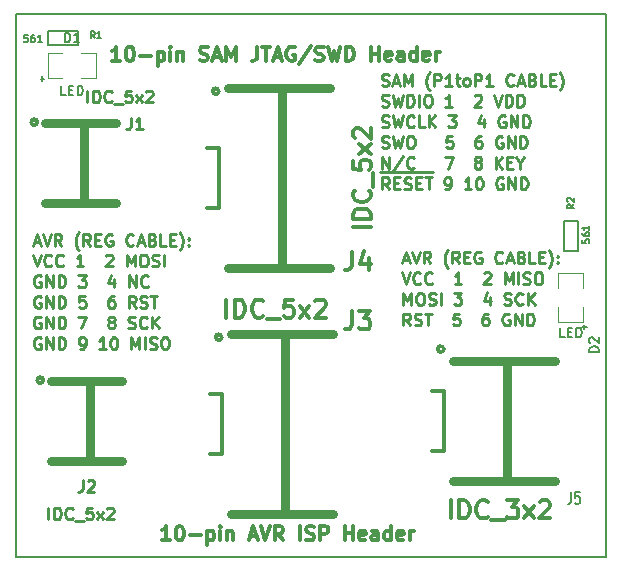
<source format=gto>
G04 #@! TF.GenerationSoftware,KiCad,Pcbnew,5.1.5-52549c5~86~ubuntu18.04.1*
G04 #@! TF.CreationDate,2020-12-07T21:37:36-08:00*
G04 #@! TF.ProjectId,Atmel_Adapter_rev01,41746d65-6c5f-4416-9461-707465725f72,rev?*
G04 #@! TF.SameCoordinates,Original*
G04 #@! TF.FileFunction,Legend,Top*
G04 #@! TF.FilePolarity,Positive*
%FSLAX46Y46*%
G04 Gerber Fmt 4.6, Leading zero omitted, Abs format (unit mm)*
G04 Created by KiCad (PCBNEW 5.1.5-52549c5~86~ubuntu18.04.1) date 2020-12-07 21:37:36*
%MOMM*%
%LPD*%
G04 APERTURE LIST*
%ADD10C,0.250000*%
%ADD11C,0.300000*%
%ADD12C,0.150000*%
%ADD13C,0.762000*%
%ADD14C,0.200000*%
%ADD15C,0.099060*%
%ADD16C,0.127000*%
%ADD17C,0.304800*%
%ADD18C,0.187500*%
G04 APERTURE END LIST*
D10*
X138782976Y-78821666D02*
X139259166Y-78821666D01*
X138687738Y-79107380D02*
X139021071Y-78107380D01*
X139354404Y-79107380D01*
X139544880Y-78107380D02*
X139878214Y-79107380D01*
X140211547Y-78107380D01*
X141116309Y-79107380D02*
X140782976Y-78631190D01*
X140544880Y-79107380D02*
X140544880Y-78107380D01*
X140925833Y-78107380D01*
X141021071Y-78155000D01*
X141068690Y-78202619D01*
X141116309Y-78297857D01*
X141116309Y-78440714D01*
X141068690Y-78535952D01*
X141021071Y-78583571D01*
X140925833Y-78631190D01*
X140544880Y-78631190D01*
X142592500Y-79488333D02*
X142544880Y-79440714D01*
X142449642Y-79297857D01*
X142402023Y-79202619D01*
X142354404Y-79059761D01*
X142306785Y-78821666D01*
X142306785Y-78631190D01*
X142354404Y-78393095D01*
X142402023Y-78250238D01*
X142449642Y-78155000D01*
X142544880Y-78012142D01*
X142592500Y-77964523D01*
X143544880Y-79107380D02*
X143211547Y-78631190D01*
X142973452Y-79107380D02*
X142973452Y-78107380D01*
X143354404Y-78107380D01*
X143449642Y-78155000D01*
X143497261Y-78202619D01*
X143544880Y-78297857D01*
X143544880Y-78440714D01*
X143497261Y-78535952D01*
X143449642Y-78583571D01*
X143354404Y-78631190D01*
X142973452Y-78631190D01*
X143973452Y-78583571D02*
X144306785Y-78583571D01*
X144449642Y-79107380D02*
X143973452Y-79107380D01*
X143973452Y-78107380D01*
X144449642Y-78107380D01*
X145402023Y-78155000D02*
X145306785Y-78107380D01*
X145163928Y-78107380D01*
X145021071Y-78155000D01*
X144925833Y-78250238D01*
X144878214Y-78345476D01*
X144830595Y-78535952D01*
X144830595Y-78678809D01*
X144878214Y-78869285D01*
X144925833Y-78964523D01*
X145021071Y-79059761D01*
X145163928Y-79107380D01*
X145259166Y-79107380D01*
X145402023Y-79059761D01*
X145449642Y-79012142D01*
X145449642Y-78678809D01*
X145259166Y-78678809D01*
X147211547Y-79012142D02*
X147163928Y-79059761D01*
X147021071Y-79107380D01*
X146925833Y-79107380D01*
X146782976Y-79059761D01*
X146687738Y-78964523D01*
X146640119Y-78869285D01*
X146592500Y-78678809D01*
X146592500Y-78535952D01*
X146640119Y-78345476D01*
X146687738Y-78250238D01*
X146782976Y-78155000D01*
X146925833Y-78107380D01*
X147021071Y-78107380D01*
X147163928Y-78155000D01*
X147211547Y-78202619D01*
X147592500Y-78821666D02*
X148068690Y-78821666D01*
X147497261Y-79107380D02*
X147830595Y-78107380D01*
X148163928Y-79107380D01*
X148830595Y-78583571D02*
X148973452Y-78631190D01*
X149021071Y-78678809D01*
X149068690Y-78774047D01*
X149068690Y-78916904D01*
X149021071Y-79012142D01*
X148973452Y-79059761D01*
X148878214Y-79107380D01*
X148497261Y-79107380D01*
X148497261Y-78107380D01*
X148830595Y-78107380D01*
X148925833Y-78155000D01*
X148973452Y-78202619D01*
X149021071Y-78297857D01*
X149021071Y-78393095D01*
X148973452Y-78488333D01*
X148925833Y-78535952D01*
X148830595Y-78583571D01*
X148497261Y-78583571D01*
X149973452Y-79107380D02*
X149497261Y-79107380D01*
X149497261Y-78107380D01*
X150306785Y-78583571D02*
X150640119Y-78583571D01*
X150782976Y-79107380D02*
X150306785Y-79107380D01*
X150306785Y-78107380D01*
X150782976Y-78107380D01*
X151116309Y-79488333D02*
X151163928Y-79440714D01*
X151259166Y-79297857D01*
X151306785Y-79202619D01*
X151354404Y-79059761D01*
X151402023Y-78821666D01*
X151402023Y-78631190D01*
X151354404Y-78393095D01*
X151306785Y-78250238D01*
X151259166Y-78155000D01*
X151163928Y-78012142D01*
X151116309Y-77964523D01*
X151878214Y-79012142D02*
X151925833Y-79059761D01*
X151878214Y-79107380D01*
X151830595Y-79059761D01*
X151878214Y-79012142D01*
X151878214Y-79107380D01*
X151878214Y-78488333D02*
X151925833Y-78535952D01*
X151878214Y-78583571D01*
X151830595Y-78535952D01*
X151878214Y-78488333D01*
X151878214Y-78583571D01*
X138687738Y-79857380D02*
X139021071Y-80857380D01*
X139354404Y-79857380D01*
X140259166Y-80762142D02*
X140211547Y-80809761D01*
X140068690Y-80857380D01*
X139973452Y-80857380D01*
X139830595Y-80809761D01*
X139735357Y-80714523D01*
X139687738Y-80619285D01*
X139640119Y-80428809D01*
X139640119Y-80285952D01*
X139687738Y-80095476D01*
X139735357Y-80000238D01*
X139830595Y-79905000D01*
X139973452Y-79857380D01*
X140068690Y-79857380D01*
X140211547Y-79905000D01*
X140259166Y-79952619D01*
X141259166Y-80762142D02*
X141211547Y-80809761D01*
X141068690Y-80857380D01*
X140973452Y-80857380D01*
X140830595Y-80809761D01*
X140735357Y-80714523D01*
X140687738Y-80619285D01*
X140640119Y-80428809D01*
X140640119Y-80285952D01*
X140687738Y-80095476D01*
X140735357Y-80000238D01*
X140830595Y-79905000D01*
X140973452Y-79857380D01*
X141068690Y-79857380D01*
X141211547Y-79905000D01*
X141259166Y-79952619D01*
X143735357Y-80857380D02*
X143163928Y-80857380D01*
X143449642Y-80857380D02*
X143449642Y-79857380D01*
X143354404Y-80000238D01*
X143259166Y-80095476D01*
X143163928Y-80143095D01*
X145640119Y-79952619D02*
X145687738Y-79905000D01*
X145782976Y-79857380D01*
X146021071Y-79857380D01*
X146116309Y-79905000D01*
X146163928Y-79952619D01*
X146211547Y-80047857D01*
X146211547Y-80143095D01*
X146163928Y-80285952D01*
X145592500Y-80857380D01*
X146211547Y-80857380D01*
X147402023Y-80857380D02*
X147402023Y-79857380D01*
X147735357Y-80571666D01*
X148068690Y-79857380D01*
X148068690Y-80857380D01*
X148544880Y-80857380D02*
X148544880Y-79857380D01*
X148973452Y-80809761D02*
X149116309Y-80857380D01*
X149354404Y-80857380D01*
X149449642Y-80809761D01*
X149497261Y-80762142D01*
X149544880Y-80666904D01*
X149544880Y-80571666D01*
X149497261Y-80476428D01*
X149449642Y-80428809D01*
X149354404Y-80381190D01*
X149163928Y-80333571D01*
X149068690Y-80285952D01*
X149021071Y-80238333D01*
X148973452Y-80143095D01*
X148973452Y-80047857D01*
X149021071Y-79952619D01*
X149068690Y-79905000D01*
X149163928Y-79857380D01*
X149402023Y-79857380D01*
X149544880Y-79905000D01*
X150163928Y-79857380D02*
X150354404Y-79857380D01*
X150449642Y-79905000D01*
X150544880Y-80000238D01*
X150592500Y-80190714D01*
X150592500Y-80524047D01*
X150544880Y-80714523D01*
X150449642Y-80809761D01*
X150354404Y-80857380D01*
X150163928Y-80857380D01*
X150068690Y-80809761D01*
X149973452Y-80714523D01*
X149925833Y-80524047D01*
X149925833Y-80190714D01*
X149973452Y-80000238D01*
X150068690Y-79905000D01*
X150163928Y-79857380D01*
X138830595Y-82607380D02*
X138830595Y-81607380D01*
X139163928Y-82321666D01*
X139497261Y-81607380D01*
X139497261Y-82607380D01*
X140163928Y-81607380D02*
X140354404Y-81607380D01*
X140449642Y-81655000D01*
X140544880Y-81750238D01*
X140592500Y-81940714D01*
X140592500Y-82274047D01*
X140544880Y-82464523D01*
X140449642Y-82559761D01*
X140354404Y-82607380D01*
X140163928Y-82607380D01*
X140068690Y-82559761D01*
X139973452Y-82464523D01*
X139925833Y-82274047D01*
X139925833Y-81940714D01*
X139973452Y-81750238D01*
X140068690Y-81655000D01*
X140163928Y-81607380D01*
X140973452Y-82559761D02*
X141116309Y-82607380D01*
X141354404Y-82607380D01*
X141449642Y-82559761D01*
X141497261Y-82512142D01*
X141544880Y-82416904D01*
X141544880Y-82321666D01*
X141497261Y-82226428D01*
X141449642Y-82178809D01*
X141354404Y-82131190D01*
X141163928Y-82083571D01*
X141068690Y-82035952D01*
X141021071Y-81988333D01*
X140973452Y-81893095D01*
X140973452Y-81797857D01*
X141021071Y-81702619D01*
X141068690Y-81655000D01*
X141163928Y-81607380D01*
X141402023Y-81607380D01*
X141544880Y-81655000D01*
X141973452Y-82607380D02*
X141973452Y-81607380D01*
X143116309Y-81607380D02*
X143735357Y-81607380D01*
X143402023Y-81988333D01*
X143544880Y-81988333D01*
X143640119Y-82035952D01*
X143687738Y-82083571D01*
X143735357Y-82178809D01*
X143735357Y-82416904D01*
X143687738Y-82512142D01*
X143640119Y-82559761D01*
X143544880Y-82607380D01*
X143259166Y-82607380D01*
X143163928Y-82559761D01*
X143116309Y-82512142D01*
X146116309Y-81940714D02*
X146116309Y-82607380D01*
X145878214Y-81559761D02*
X145640119Y-82274047D01*
X146259166Y-82274047D01*
X147354404Y-82559761D02*
X147497261Y-82607380D01*
X147735357Y-82607380D01*
X147830595Y-82559761D01*
X147878214Y-82512142D01*
X147925833Y-82416904D01*
X147925833Y-82321666D01*
X147878214Y-82226428D01*
X147830595Y-82178809D01*
X147735357Y-82131190D01*
X147544880Y-82083571D01*
X147449642Y-82035952D01*
X147402023Y-81988333D01*
X147354404Y-81893095D01*
X147354404Y-81797857D01*
X147402023Y-81702619D01*
X147449642Y-81655000D01*
X147544880Y-81607380D01*
X147782976Y-81607380D01*
X147925833Y-81655000D01*
X148925833Y-82512142D02*
X148878214Y-82559761D01*
X148735357Y-82607380D01*
X148640119Y-82607380D01*
X148497261Y-82559761D01*
X148402023Y-82464523D01*
X148354404Y-82369285D01*
X148306785Y-82178809D01*
X148306785Y-82035952D01*
X148354404Y-81845476D01*
X148402023Y-81750238D01*
X148497261Y-81655000D01*
X148640119Y-81607380D01*
X148735357Y-81607380D01*
X148878214Y-81655000D01*
X148925833Y-81702619D01*
X149354404Y-82607380D02*
X149354404Y-81607380D01*
X149925833Y-82607380D02*
X149497261Y-82035952D01*
X149925833Y-81607380D02*
X149354404Y-82178809D01*
X139402023Y-84357380D02*
X139068690Y-83881190D01*
X138830595Y-84357380D02*
X138830595Y-83357380D01*
X139211547Y-83357380D01*
X139306785Y-83405000D01*
X139354404Y-83452619D01*
X139402023Y-83547857D01*
X139402023Y-83690714D01*
X139354404Y-83785952D01*
X139306785Y-83833571D01*
X139211547Y-83881190D01*
X138830595Y-83881190D01*
X139782976Y-84309761D02*
X139925833Y-84357380D01*
X140163928Y-84357380D01*
X140259166Y-84309761D01*
X140306785Y-84262142D01*
X140354404Y-84166904D01*
X140354404Y-84071666D01*
X140306785Y-83976428D01*
X140259166Y-83928809D01*
X140163928Y-83881190D01*
X139973452Y-83833571D01*
X139878214Y-83785952D01*
X139830595Y-83738333D01*
X139782976Y-83643095D01*
X139782976Y-83547857D01*
X139830595Y-83452619D01*
X139878214Y-83405000D01*
X139973452Y-83357380D01*
X140211547Y-83357380D01*
X140354404Y-83405000D01*
X140640119Y-83357380D02*
X141211547Y-83357380D01*
X140925833Y-84357380D02*
X140925833Y-83357380D01*
X143544880Y-83357380D02*
X143068690Y-83357380D01*
X143021071Y-83833571D01*
X143068690Y-83785952D01*
X143163928Y-83738333D01*
X143402023Y-83738333D01*
X143497261Y-83785952D01*
X143544880Y-83833571D01*
X143592500Y-83928809D01*
X143592500Y-84166904D01*
X143544880Y-84262142D01*
X143497261Y-84309761D01*
X143402023Y-84357380D01*
X143163928Y-84357380D01*
X143068690Y-84309761D01*
X143021071Y-84262142D01*
X145973452Y-83357380D02*
X145782976Y-83357380D01*
X145687738Y-83405000D01*
X145640119Y-83452619D01*
X145544880Y-83595476D01*
X145497261Y-83785952D01*
X145497261Y-84166904D01*
X145544880Y-84262142D01*
X145592500Y-84309761D01*
X145687738Y-84357380D01*
X145878214Y-84357380D01*
X145973452Y-84309761D01*
X146021071Y-84262142D01*
X146068690Y-84166904D01*
X146068690Y-83928809D01*
X146021071Y-83833571D01*
X145973452Y-83785952D01*
X145878214Y-83738333D01*
X145687738Y-83738333D01*
X145592500Y-83785952D01*
X145544880Y-83833571D01*
X145497261Y-83928809D01*
X147782976Y-83405000D02*
X147687738Y-83357380D01*
X147544880Y-83357380D01*
X147402023Y-83405000D01*
X147306785Y-83500238D01*
X147259166Y-83595476D01*
X147211547Y-83785952D01*
X147211547Y-83928809D01*
X147259166Y-84119285D01*
X147306785Y-84214523D01*
X147402023Y-84309761D01*
X147544880Y-84357380D01*
X147640119Y-84357380D01*
X147782976Y-84309761D01*
X147830595Y-84262142D01*
X147830595Y-83928809D01*
X147640119Y-83928809D01*
X148259166Y-84357380D02*
X148259166Y-83357380D01*
X148830595Y-84357380D01*
X148830595Y-83357380D01*
X149306785Y-84357380D02*
X149306785Y-83357380D01*
X149544880Y-83357380D01*
X149687738Y-83405000D01*
X149782976Y-83500238D01*
X149830595Y-83595476D01*
X149878214Y-83785952D01*
X149878214Y-83928809D01*
X149830595Y-84119285D01*
X149782976Y-84214523D01*
X149687738Y-84309761D01*
X149544880Y-84357380D01*
X149306785Y-84357380D01*
D11*
X119085714Y-102542857D02*
X118400000Y-102542857D01*
X118742857Y-102542857D02*
X118742857Y-101342857D01*
X118628571Y-101514285D01*
X118514285Y-101628571D01*
X118400000Y-101685714D01*
X119828571Y-101342857D02*
X119942857Y-101342857D01*
X120057142Y-101400000D01*
X120114285Y-101457142D01*
X120171428Y-101571428D01*
X120228571Y-101800000D01*
X120228571Y-102085714D01*
X120171428Y-102314285D01*
X120114285Y-102428571D01*
X120057142Y-102485714D01*
X119942857Y-102542857D01*
X119828571Y-102542857D01*
X119714285Y-102485714D01*
X119657142Y-102428571D01*
X119600000Y-102314285D01*
X119542857Y-102085714D01*
X119542857Y-101800000D01*
X119600000Y-101571428D01*
X119657142Y-101457142D01*
X119714285Y-101400000D01*
X119828571Y-101342857D01*
X120742857Y-102085714D02*
X121657142Y-102085714D01*
X122228571Y-101742857D02*
X122228571Y-102942857D01*
X122228571Y-101800000D02*
X122342857Y-101742857D01*
X122571428Y-101742857D01*
X122685714Y-101800000D01*
X122742857Y-101857142D01*
X122800000Y-101971428D01*
X122800000Y-102314285D01*
X122742857Y-102428571D01*
X122685714Y-102485714D01*
X122571428Y-102542857D01*
X122342857Y-102542857D01*
X122228571Y-102485714D01*
X123314285Y-102542857D02*
X123314285Y-101742857D01*
X123314285Y-101342857D02*
X123257142Y-101400000D01*
X123314285Y-101457142D01*
X123371428Y-101400000D01*
X123314285Y-101342857D01*
X123314285Y-101457142D01*
X123885714Y-101742857D02*
X123885714Y-102542857D01*
X123885714Y-101857142D02*
X123942857Y-101800000D01*
X124057142Y-101742857D01*
X124228571Y-101742857D01*
X124342857Y-101800000D01*
X124400000Y-101914285D01*
X124400000Y-102542857D01*
X125828571Y-102200000D02*
X126400000Y-102200000D01*
X125714285Y-102542857D02*
X126114285Y-101342857D01*
X126514285Y-102542857D01*
X126742857Y-101342857D02*
X127142857Y-102542857D01*
X127542857Y-101342857D01*
X128628571Y-102542857D02*
X128228571Y-101971428D01*
X127942857Y-102542857D02*
X127942857Y-101342857D01*
X128400000Y-101342857D01*
X128514285Y-101400000D01*
X128571428Y-101457142D01*
X128628571Y-101571428D01*
X128628571Y-101742857D01*
X128571428Y-101857142D01*
X128514285Y-101914285D01*
X128400000Y-101971428D01*
X127942857Y-101971428D01*
X130057142Y-102542857D02*
X130057142Y-101342857D01*
X130571428Y-102485714D02*
X130742857Y-102542857D01*
X131028571Y-102542857D01*
X131142857Y-102485714D01*
X131200000Y-102428571D01*
X131257142Y-102314285D01*
X131257142Y-102200000D01*
X131200000Y-102085714D01*
X131142857Y-102028571D01*
X131028571Y-101971428D01*
X130800000Y-101914285D01*
X130685714Y-101857142D01*
X130628571Y-101800000D01*
X130571428Y-101685714D01*
X130571428Y-101571428D01*
X130628571Y-101457142D01*
X130685714Y-101400000D01*
X130800000Y-101342857D01*
X131085714Y-101342857D01*
X131257142Y-101400000D01*
X131771428Y-102542857D02*
X131771428Y-101342857D01*
X132228571Y-101342857D01*
X132342857Y-101400000D01*
X132400000Y-101457142D01*
X132457142Y-101571428D01*
X132457142Y-101742857D01*
X132400000Y-101857142D01*
X132342857Y-101914285D01*
X132228571Y-101971428D01*
X131771428Y-101971428D01*
X133885714Y-102542857D02*
X133885714Y-101342857D01*
X133885714Y-101914285D02*
X134571428Y-101914285D01*
X134571428Y-102542857D02*
X134571428Y-101342857D01*
X135600000Y-102485714D02*
X135485714Y-102542857D01*
X135257142Y-102542857D01*
X135142857Y-102485714D01*
X135085714Y-102371428D01*
X135085714Y-101914285D01*
X135142857Y-101800000D01*
X135257142Y-101742857D01*
X135485714Y-101742857D01*
X135600000Y-101800000D01*
X135657142Y-101914285D01*
X135657142Y-102028571D01*
X135085714Y-102142857D01*
X136685714Y-102542857D02*
X136685714Y-101914285D01*
X136628571Y-101800000D01*
X136514285Y-101742857D01*
X136285714Y-101742857D01*
X136171428Y-101800000D01*
X136685714Y-102485714D02*
X136571428Y-102542857D01*
X136285714Y-102542857D01*
X136171428Y-102485714D01*
X136114285Y-102371428D01*
X136114285Y-102257142D01*
X136171428Y-102142857D01*
X136285714Y-102085714D01*
X136571428Y-102085714D01*
X136685714Y-102028571D01*
X137771428Y-102542857D02*
X137771428Y-101342857D01*
X137771428Y-102485714D02*
X137657142Y-102542857D01*
X137428571Y-102542857D01*
X137314285Y-102485714D01*
X137257142Y-102428571D01*
X137200000Y-102314285D01*
X137200000Y-101971428D01*
X137257142Y-101857142D01*
X137314285Y-101800000D01*
X137428571Y-101742857D01*
X137657142Y-101742857D01*
X137771428Y-101800000D01*
X138800000Y-102485714D02*
X138685714Y-102542857D01*
X138457142Y-102542857D01*
X138342857Y-102485714D01*
X138285714Y-102371428D01*
X138285714Y-101914285D01*
X138342857Y-101800000D01*
X138457142Y-101742857D01*
X138685714Y-101742857D01*
X138800000Y-101800000D01*
X138857142Y-101914285D01*
X138857142Y-102028571D01*
X138285714Y-102142857D01*
X139371428Y-102542857D02*
X139371428Y-101742857D01*
X139371428Y-101971428D02*
X139428571Y-101857142D01*
X139485714Y-101800000D01*
X139600000Y-101742857D01*
X139714285Y-101742857D01*
D12*
X106000000Y-104000000D02*
X106000000Y-58000000D01*
X156000000Y-104000000D02*
X106000000Y-104000000D01*
X156000000Y-58000000D02*
X156000000Y-104000000D01*
X106000000Y-58000000D02*
X156000000Y-58000000D01*
D10*
X107540976Y-77325666D02*
X108017166Y-77325666D01*
X107445738Y-77611380D02*
X107779071Y-76611380D01*
X108112404Y-77611380D01*
X108302880Y-76611380D02*
X108636214Y-77611380D01*
X108969547Y-76611380D01*
X109874309Y-77611380D02*
X109540976Y-77135190D01*
X109302880Y-77611380D02*
X109302880Y-76611380D01*
X109683833Y-76611380D01*
X109779071Y-76659000D01*
X109826690Y-76706619D01*
X109874309Y-76801857D01*
X109874309Y-76944714D01*
X109826690Y-77039952D01*
X109779071Y-77087571D01*
X109683833Y-77135190D01*
X109302880Y-77135190D01*
X111350500Y-77992333D02*
X111302880Y-77944714D01*
X111207642Y-77801857D01*
X111160023Y-77706619D01*
X111112404Y-77563761D01*
X111064785Y-77325666D01*
X111064785Y-77135190D01*
X111112404Y-76897095D01*
X111160023Y-76754238D01*
X111207642Y-76659000D01*
X111302880Y-76516142D01*
X111350500Y-76468523D01*
X112302880Y-77611380D02*
X111969547Y-77135190D01*
X111731452Y-77611380D02*
X111731452Y-76611380D01*
X112112404Y-76611380D01*
X112207642Y-76659000D01*
X112255261Y-76706619D01*
X112302880Y-76801857D01*
X112302880Y-76944714D01*
X112255261Y-77039952D01*
X112207642Y-77087571D01*
X112112404Y-77135190D01*
X111731452Y-77135190D01*
X112731452Y-77087571D02*
X113064785Y-77087571D01*
X113207642Y-77611380D02*
X112731452Y-77611380D01*
X112731452Y-76611380D01*
X113207642Y-76611380D01*
X114160023Y-76659000D02*
X114064785Y-76611380D01*
X113921928Y-76611380D01*
X113779071Y-76659000D01*
X113683833Y-76754238D01*
X113636214Y-76849476D01*
X113588595Y-77039952D01*
X113588595Y-77182809D01*
X113636214Y-77373285D01*
X113683833Y-77468523D01*
X113779071Y-77563761D01*
X113921928Y-77611380D01*
X114017166Y-77611380D01*
X114160023Y-77563761D01*
X114207642Y-77516142D01*
X114207642Y-77182809D01*
X114017166Y-77182809D01*
X115969547Y-77516142D02*
X115921928Y-77563761D01*
X115779071Y-77611380D01*
X115683833Y-77611380D01*
X115540976Y-77563761D01*
X115445738Y-77468523D01*
X115398119Y-77373285D01*
X115350500Y-77182809D01*
X115350500Y-77039952D01*
X115398119Y-76849476D01*
X115445738Y-76754238D01*
X115540976Y-76659000D01*
X115683833Y-76611380D01*
X115779071Y-76611380D01*
X115921928Y-76659000D01*
X115969547Y-76706619D01*
X116350500Y-77325666D02*
X116826690Y-77325666D01*
X116255261Y-77611380D02*
X116588595Y-76611380D01*
X116921928Y-77611380D01*
X117588595Y-77087571D02*
X117731452Y-77135190D01*
X117779071Y-77182809D01*
X117826690Y-77278047D01*
X117826690Y-77420904D01*
X117779071Y-77516142D01*
X117731452Y-77563761D01*
X117636214Y-77611380D01*
X117255261Y-77611380D01*
X117255261Y-76611380D01*
X117588595Y-76611380D01*
X117683833Y-76659000D01*
X117731452Y-76706619D01*
X117779071Y-76801857D01*
X117779071Y-76897095D01*
X117731452Y-76992333D01*
X117683833Y-77039952D01*
X117588595Y-77087571D01*
X117255261Y-77087571D01*
X118731452Y-77611380D02*
X118255261Y-77611380D01*
X118255261Y-76611380D01*
X119064785Y-77087571D02*
X119398119Y-77087571D01*
X119540976Y-77611380D02*
X119064785Y-77611380D01*
X119064785Y-76611380D01*
X119540976Y-76611380D01*
X119874309Y-77992333D02*
X119921928Y-77944714D01*
X120017166Y-77801857D01*
X120064785Y-77706619D01*
X120112404Y-77563761D01*
X120160023Y-77325666D01*
X120160023Y-77135190D01*
X120112404Y-76897095D01*
X120064785Y-76754238D01*
X120017166Y-76659000D01*
X119921928Y-76516142D01*
X119874309Y-76468523D01*
X120636214Y-77516142D02*
X120683833Y-77563761D01*
X120636214Y-77611380D01*
X120588595Y-77563761D01*
X120636214Y-77516142D01*
X120636214Y-77611380D01*
X120636214Y-76992333D02*
X120683833Y-77039952D01*
X120636214Y-77087571D01*
X120588595Y-77039952D01*
X120636214Y-76992333D01*
X120636214Y-77087571D01*
X107445738Y-78361380D02*
X107779071Y-79361380D01*
X108112404Y-78361380D01*
X109017166Y-79266142D02*
X108969547Y-79313761D01*
X108826690Y-79361380D01*
X108731452Y-79361380D01*
X108588595Y-79313761D01*
X108493357Y-79218523D01*
X108445738Y-79123285D01*
X108398119Y-78932809D01*
X108398119Y-78789952D01*
X108445738Y-78599476D01*
X108493357Y-78504238D01*
X108588595Y-78409000D01*
X108731452Y-78361380D01*
X108826690Y-78361380D01*
X108969547Y-78409000D01*
X109017166Y-78456619D01*
X110017166Y-79266142D02*
X109969547Y-79313761D01*
X109826690Y-79361380D01*
X109731452Y-79361380D01*
X109588595Y-79313761D01*
X109493357Y-79218523D01*
X109445738Y-79123285D01*
X109398119Y-78932809D01*
X109398119Y-78789952D01*
X109445738Y-78599476D01*
X109493357Y-78504238D01*
X109588595Y-78409000D01*
X109731452Y-78361380D01*
X109826690Y-78361380D01*
X109969547Y-78409000D01*
X110017166Y-78456619D01*
X111731452Y-79361380D02*
X111160023Y-79361380D01*
X111445738Y-79361380D02*
X111445738Y-78361380D01*
X111350500Y-78504238D01*
X111255261Y-78599476D01*
X111160023Y-78647095D01*
X113636214Y-78456619D02*
X113683833Y-78409000D01*
X113779071Y-78361380D01*
X114017166Y-78361380D01*
X114112404Y-78409000D01*
X114160023Y-78456619D01*
X114207642Y-78551857D01*
X114207642Y-78647095D01*
X114160023Y-78789952D01*
X113588595Y-79361380D01*
X114207642Y-79361380D01*
X115398119Y-79361380D02*
X115398119Y-78361380D01*
X115731452Y-79075666D01*
X116064785Y-78361380D01*
X116064785Y-79361380D01*
X116731452Y-78361380D02*
X116921928Y-78361380D01*
X117017166Y-78409000D01*
X117112404Y-78504238D01*
X117160023Y-78694714D01*
X117160023Y-79028047D01*
X117112404Y-79218523D01*
X117017166Y-79313761D01*
X116921928Y-79361380D01*
X116731452Y-79361380D01*
X116636214Y-79313761D01*
X116540976Y-79218523D01*
X116493357Y-79028047D01*
X116493357Y-78694714D01*
X116540976Y-78504238D01*
X116636214Y-78409000D01*
X116731452Y-78361380D01*
X117540976Y-79313761D02*
X117683833Y-79361380D01*
X117921928Y-79361380D01*
X118017166Y-79313761D01*
X118064785Y-79266142D01*
X118112404Y-79170904D01*
X118112404Y-79075666D01*
X118064785Y-78980428D01*
X118017166Y-78932809D01*
X117921928Y-78885190D01*
X117731452Y-78837571D01*
X117636214Y-78789952D01*
X117588595Y-78742333D01*
X117540976Y-78647095D01*
X117540976Y-78551857D01*
X117588595Y-78456619D01*
X117636214Y-78409000D01*
X117731452Y-78361380D01*
X117969547Y-78361380D01*
X118112404Y-78409000D01*
X118540976Y-79361380D02*
X118540976Y-78361380D01*
X108112404Y-80159000D02*
X108017166Y-80111380D01*
X107874309Y-80111380D01*
X107731452Y-80159000D01*
X107636214Y-80254238D01*
X107588595Y-80349476D01*
X107540976Y-80539952D01*
X107540976Y-80682809D01*
X107588595Y-80873285D01*
X107636214Y-80968523D01*
X107731452Y-81063761D01*
X107874309Y-81111380D01*
X107969547Y-81111380D01*
X108112404Y-81063761D01*
X108160023Y-81016142D01*
X108160023Y-80682809D01*
X107969547Y-80682809D01*
X108588595Y-81111380D02*
X108588595Y-80111380D01*
X109160023Y-81111380D01*
X109160023Y-80111380D01*
X109636214Y-81111380D02*
X109636214Y-80111380D01*
X109874309Y-80111380D01*
X110017166Y-80159000D01*
X110112404Y-80254238D01*
X110160023Y-80349476D01*
X110207642Y-80539952D01*
X110207642Y-80682809D01*
X110160023Y-80873285D01*
X110112404Y-80968523D01*
X110017166Y-81063761D01*
X109874309Y-81111380D01*
X109636214Y-81111380D01*
X111302880Y-80111380D02*
X111921928Y-80111380D01*
X111588595Y-80492333D01*
X111731452Y-80492333D01*
X111826690Y-80539952D01*
X111874309Y-80587571D01*
X111921928Y-80682809D01*
X111921928Y-80920904D01*
X111874309Y-81016142D01*
X111826690Y-81063761D01*
X111731452Y-81111380D01*
X111445738Y-81111380D01*
X111350500Y-81063761D01*
X111302880Y-81016142D01*
X114302880Y-80444714D02*
X114302880Y-81111380D01*
X114064785Y-80063761D02*
X113826690Y-80778047D01*
X114445738Y-80778047D01*
X115588595Y-81111380D02*
X115588595Y-80111380D01*
X116160023Y-81111380D01*
X116160023Y-80111380D01*
X117207642Y-81016142D02*
X117160023Y-81063761D01*
X117017166Y-81111380D01*
X116921928Y-81111380D01*
X116779071Y-81063761D01*
X116683833Y-80968523D01*
X116636214Y-80873285D01*
X116588595Y-80682809D01*
X116588595Y-80539952D01*
X116636214Y-80349476D01*
X116683833Y-80254238D01*
X116779071Y-80159000D01*
X116921928Y-80111380D01*
X117017166Y-80111380D01*
X117160023Y-80159000D01*
X117207642Y-80206619D01*
X108112404Y-81909000D02*
X108017166Y-81861380D01*
X107874309Y-81861380D01*
X107731452Y-81909000D01*
X107636214Y-82004238D01*
X107588595Y-82099476D01*
X107540976Y-82289952D01*
X107540976Y-82432809D01*
X107588595Y-82623285D01*
X107636214Y-82718523D01*
X107731452Y-82813761D01*
X107874309Y-82861380D01*
X107969547Y-82861380D01*
X108112404Y-82813761D01*
X108160023Y-82766142D01*
X108160023Y-82432809D01*
X107969547Y-82432809D01*
X108588595Y-82861380D02*
X108588595Y-81861380D01*
X109160023Y-82861380D01*
X109160023Y-81861380D01*
X109636214Y-82861380D02*
X109636214Y-81861380D01*
X109874309Y-81861380D01*
X110017166Y-81909000D01*
X110112404Y-82004238D01*
X110160023Y-82099476D01*
X110207642Y-82289952D01*
X110207642Y-82432809D01*
X110160023Y-82623285D01*
X110112404Y-82718523D01*
X110017166Y-82813761D01*
X109874309Y-82861380D01*
X109636214Y-82861380D01*
X111874309Y-81861380D02*
X111398119Y-81861380D01*
X111350500Y-82337571D01*
X111398119Y-82289952D01*
X111493357Y-82242333D01*
X111731452Y-82242333D01*
X111826690Y-82289952D01*
X111874309Y-82337571D01*
X111921928Y-82432809D01*
X111921928Y-82670904D01*
X111874309Y-82766142D01*
X111826690Y-82813761D01*
X111731452Y-82861380D01*
X111493357Y-82861380D01*
X111398119Y-82813761D01*
X111350500Y-82766142D01*
X114302880Y-81861380D02*
X114112404Y-81861380D01*
X114017166Y-81909000D01*
X113969547Y-81956619D01*
X113874309Y-82099476D01*
X113826690Y-82289952D01*
X113826690Y-82670904D01*
X113874309Y-82766142D01*
X113921928Y-82813761D01*
X114017166Y-82861380D01*
X114207642Y-82861380D01*
X114302880Y-82813761D01*
X114350500Y-82766142D01*
X114398119Y-82670904D01*
X114398119Y-82432809D01*
X114350500Y-82337571D01*
X114302880Y-82289952D01*
X114207642Y-82242333D01*
X114017166Y-82242333D01*
X113921928Y-82289952D01*
X113874309Y-82337571D01*
X113826690Y-82432809D01*
X116160023Y-82861380D02*
X115826690Y-82385190D01*
X115588595Y-82861380D02*
X115588595Y-81861380D01*
X115969547Y-81861380D01*
X116064785Y-81909000D01*
X116112404Y-81956619D01*
X116160023Y-82051857D01*
X116160023Y-82194714D01*
X116112404Y-82289952D01*
X116064785Y-82337571D01*
X115969547Y-82385190D01*
X115588595Y-82385190D01*
X116540976Y-82813761D02*
X116683833Y-82861380D01*
X116921928Y-82861380D01*
X117017166Y-82813761D01*
X117064785Y-82766142D01*
X117112404Y-82670904D01*
X117112404Y-82575666D01*
X117064785Y-82480428D01*
X117017166Y-82432809D01*
X116921928Y-82385190D01*
X116731452Y-82337571D01*
X116636214Y-82289952D01*
X116588595Y-82242333D01*
X116540976Y-82147095D01*
X116540976Y-82051857D01*
X116588595Y-81956619D01*
X116636214Y-81909000D01*
X116731452Y-81861380D01*
X116969547Y-81861380D01*
X117112404Y-81909000D01*
X117398119Y-81861380D02*
X117969547Y-81861380D01*
X117683833Y-82861380D02*
X117683833Y-81861380D01*
X108112404Y-83659000D02*
X108017166Y-83611380D01*
X107874309Y-83611380D01*
X107731452Y-83659000D01*
X107636214Y-83754238D01*
X107588595Y-83849476D01*
X107540976Y-84039952D01*
X107540976Y-84182809D01*
X107588595Y-84373285D01*
X107636214Y-84468523D01*
X107731452Y-84563761D01*
X107874309Y-84611380D01*
X107969547Y-84611380D01*
X108112404Y-84563761D01*
X108160023Y-84516142D01*
X108160023Y-84182809D01*
X107969547Y-84182809D01*
X108588595Y-84611380D02*
X108588595Y-83611380D01*
X109160023Y-84611380D01*
X109160023Y-83611380D01*
X109636214Y-84611380D02*
X109636214Y-83611380D01*
X109874309Y-83611380D01*
X110017166Y-83659000D01*
X110112404Y-83754238D01*
X110160023Y-83849476D01*
X110207642Y-84039952D01*
X110207642Y-84182809D01*
X110160023Y-84373285D01*
X110112404Y-84468523D01*
X110017166Y-84563761D01*
X109874309Y-84611380D01*
X109636214Y-84611380D01*
X111302880Y-83611380D02*
X111969547Y-83611380D01*
X111540976Y-84611380D01*
X114017166Y-84039952D02*
X113921928Y-83992333D01*
X113874309Y-83944714D01*
X113826690Y-83849476D01*
X113826690Y-83801857D01*
X113874309Y-83706619D01*
X113921928Y-83659000D01*
X114017166Y-83611380D01*
X114207642Y-83611380D01*
X114302880Y-83659000D01*
X114350500Y-83706619D01*
X114398119Y-83801857D01*
X114398119Y-83849476D01*
X114350500Y-83944714D01*
X114302880Y-83992333D01*
X114207642Y-84039952D01*
X114017166Y-84039952D01*
X113921928Y-84087571D01*
X113874309Y-84135190D01*
X113826690Y-84230428D01*
X113826690Y-84420904D01*
X113874309Y-84516142D01*
X113921928Y-84563761D01*
X114017166Y-84611380D01*
X114207642Y-84611380D01*
X114302880Y-84563761D01*
X114350500Y-84516142D01*
X114398119Y-84420904D01*
X114398119Y-84230428D01*
X114350500Y-84135190D01*
X114302880Y-84087571D01*
X114207642Y-84039952D01*
X115540976Y-84563761D02*
X115683833Y-84611380D01*
X115921928Y-84611380D01*
X116017166Y-84563761D01*
X116064785Y-84516142D01*
X116112404Y-84420904D01*
X116112404Y-84325666D01*
X116064785Y-84230428D01*
X116017166Y-84182809D01*
X115921928Y-84135190D01*
X115731452Y-84087571D01*
X115636214Y-84039952D01*
X115588595Y-83992333D01*
X115540976Y-83897095D01*
X115540976Y-83801857D01*
X115588595Y-83706619D01*
X115636214Y-83659000D01*
X115731452Y-83611380D01*
X115969547Y-83611380D01*
X116112404Y-83659000D01*
X117112404Y-84516142D02*
X117064785Y-84563761D01*
X116921928Y-84611380D01*
X116826690Y-84611380D01*
X116683833Y-84563761D01*
X116588595Y-84468523D01*
X116540976Y-84373285D01*
X116493357Y-84182809D01*
X116493357Y-84039952D01*
X116540976Y-83849476D01*
X116588595Y-83754238D01*
X116683833Y-83659000D01*
X116826690Y-83611380D01*
X116921928Y-83611380D01*
X117064785Y-83659000D01*
X117112404Y-83706619D01*
X117540976Y-84611380D02*
X117540976Y-83611380D01*
X118112404Y-84611380D02*
X117683833Y-84039952D01*
X118112404Y-83611380D02*
X117540976Y-84182809D01*
X108112404Y-85409000D02*
X108017166Y-85361380D01*
X107874309Y-85361380D01*
X107731452Y-85409000D01*
X107636214Y-85504238D01*
X107588595Y-85599476D01*
X107540976Y-85789952D01*
X107540976Y-85932809D01*
X107588595Y-86123285D01*
X107636214Y-86218523D01*
X107731452Y-86313761D01*
X107874309Y-86361380D01*
X107969547Y-86361380D01*
X108112404Y-86313761D01*
X108160023Y-86266142D01*
X108160023Y-85932809D01*
X107969547Y-85932809D01*
X108588595Y-86361380D02*
X108588595Y-85361380D01*
X109160023Y-86361380D01*
X109160023Y-85361380D01*
X109636214Y-86361380D02*
X109636214Y-85361380D01*
X109874309Y-85361380D01*
X110017166Y-85409000D01*
X110112404Y-85504238D01*
X110160023Y-85599476D01*
X110207642Y-85789952D01*
X110207642Y-85932809D01*
X110160023Y-86123285D01*
X110112404Y-86218523D01*
X110017166Y-86313761D01*
X109874309Y-86361380D01*
X109636214Y-86361380D01*
X111445738Y-86361380D02*
X111636214Y-86361380D01*
X111731452Y-86313761D01*
X111779071Y-86266142D01*
X111874309Y-86123285D01*
X111921928Y-85932809D01*
X111921928Y-85551857D01*
X111874309Y-85456619D01*
X111826690Y-85409000D01*
X111731452Y-85361380D01*
X111540976Y-85361380D01*
X111445738Y-85409000D01*
X111398119Y-85456619D01*
X111350500Y-85551857D01*
X111350500Y-85789952D01*
X111398119Y-85885190D01*
X111445738Y-85932809D01*
X111540976Y-85980428D01*
X111731452Y-85980428D01*
X111826690Y-85932809D01*
X111874309Y-85885190D01*
X111921928Y-85789952D01*
X113636214Y-86361380D02*
X113064785Y-86361380D01*
X113350500Y-86361380D02*
X113350500Y-85361380D01*
X113255261Y-85504238D01*
X113160023Y-85599476D01*
X113064785Y-85647095D01*
X114255261Y-85361380D02*
X114350500Y-85361380D01*
X114445738Y-85409000D01*
X114493357Y-85456619D01*
X114540976Y-85551857D01*
X114588595Y-85742333D01*
X114588595Y-85980428D01*
X114540976Y-86170904D01*
X114493357Y-86266142D01*
X114445738Y-86313761D01*
X114350500Y-86361380D01*
X114255261Y-86361380D01*
X114160023Y-86313761D01*
X114112404Y-86266142D01*
X114064785Y-86170904D01*
X114017166Y-85980428D01*
X114017166Y-85742333D01*
X114064785Y-85551857D01*
X114112404Y-85456619D01*
X114160023Y-85409000D01*
X114255261Y-85361380D01*
X115779071Y-86361380D02*
X115779071Y-85361380D01*
X116112404Y-86075666D01*
X116445738Y-85361380D01*
X116445738Y-86361380D01*
X116921928Y-86361380D02*
X116921928Y-85361380D01*
X117350500Y-86313761D02*
X117493357Y-86361380D01*
X117731452Y-86361380D01*
X117826690Y-86313761D01*
X117874309Y-86266142D01*
X117921928Y-86170904D01*
X117921928Y-86075666D01*
X117874309Y-85980428D01*
X117826690Y-85932809D01*
X117731452Y-85885190D01*
X117540976Y-85837571D01*
X117445738Y-85789952D01*
X117398119Y-85742333D01*
X117350500Y-85647095D01*
X117350500Y-85551857D01*
X117398119Y-85456619D01*
X117445738Y-85409000D01*
X117540976Y-85361380D01*
X117779071Y-85361380D01*
X117921928Y-85409000D01*
X118540976Y-85361380D02*
X118731452Y-85361380D01*
X118826690Y-85409000D01*
X118921928Y-85504238D01*
X118969547Y-85694714D01*
X118969547Y-86028047D01*
X118921928Y-86218523D01*
X118826690Y-86313761D01*
X118731452Y-86361380D01*
X118540976Y-86361380D01*
X118445738Y-86313761D01*
X118350500Y-86218523D01*
X118302880Y-86028047D01*
X118302880Y-85694714D01*
X118350500Y-85504238D01*
X118445738Y-85409000D01*
X118540976Y-85361380D01*
X137004976Y-64029761D02*
X137147833Y-64077380D01*
X137385928Y-64077380D01*
X137481166Y-64029761D01*
X137528785Y-63982142D01*
X137576404Y-63886904D01*
X137576404Y-63791666D01*
X137528785Y-63696428D01*
X137481166Y-63648809D01*
X137385928Y-63601190D01*
X137195452Y-63553571D01*
X137100214Y-63505952D01*
X137052595Y-63458333D01*
X137004976Y-63363095D01*
X137004976Y-63267857D01*
X137052595Y-63172619D01*
X137100214Y-63125000D01*
X137195452Y-63077380D01*
X137433547Y-63077380D01*
X137576404Y-63125000D01*
X137957357Y-63791666D02*
X138433547Y-63791666D01*
X137862119Y-64077380D02*
X138195452Y-63077380D01*
X138528785Y-64077380D01*
X138862119Y-64077380D02*
X138862119Y-63077380D01*
X139195452Y-63791666D01*
X139528785Y-63077380D01*
X139528785Y-64077380D01*
X141052595Y-64458333D02*
X141004976Y-64410714D01*
X140909738Y-64267857D01*
X140862119Y-64172619D01*
X140814500Y-64029761D01*
X140766880Y-63791666D01*
X140766880Y-63601190D01*
X140814500Y-63363095D01*
X140862119Y-63220238D01*
X140909738Y-63125000D01*
X141004976Y-62982142D01*
X141052595Y-62934523D01*
X141433547Y-64077380D02*
X141433547Y-63077380D01*
X141814500Y-63077380D01*
X141909738Y-63125000D01*
X141957357Y-63172619D01*
X142004976Y-63267857D01*
X142004976Y-63410714D01*
X141957357Y-63505952D01*
X141909738Y-63553571D01*
X141814500Y-63601190D01*
X141433547Y-63601190D01*
X142957357Y-64077380D02*
X142385928Y-64077380D01*
X142671642Y-64077380D02*
X142671642Y-63077380D01*
X142576404Y-63220238D01*
X142481166Y-63315476D01*
X142385928Y-63363095D01*
X143243071Y-63410714D02*
X143624023Y-63410714D01*
X143385928Y-63077380D02*
X143385928Y-63934523D01*
X143433547Y-64029761D01*
X143528785Y-64077380D01*
X143624023Y-64077380D01*
X144100214Y-64077380D02*
X144004976Y-64029761D01*
X143957357Y-63982142D01*
X143909738Y-63886904D01*
X143909738Y-63601190D01*
X143957357Y-63505952D01*
X144004976Y-63458333D01*
X144100214Y-63410714D01*
X144243071Y-63410714D01*
X144338309Y-63458333D01*
X144385928Y-63505952D01*
X144433547Y-63601190D01*
X144433547Y-63886904D01*
X144385928Y-63982142D01*
X144338309Y-64029761D01*
X144243071Y-64077380D01*
X144100214Y-64077380D01*
X144862119Y-64077380D02*
X144862119Y-63077380D01*
X145243071Y-63077380D01*
X145338309Y-63125000D01*
X145385928Y-63172619D01*
X145433547Y-63267857D01*
X145433547Y-63410714D01*
X145385928Y-63505952D01*
X145338309Y-63553571D01*
X145243071Y-63601190D01*
X144862119Y-63601190D01*
X146385928Y-64077380D02*
X145814500Y-64077380D01*
X146100214Y-64077380D02*
X146100214Y-63077380D01*
X146004976Y-63220238D01*
X145909738Y-63315476D01*
X145814500Y-63363095D01*
X148147833Y-63982142D02*
X148100214Y-64029761D01*
X147957357Y-64077380D01*
X147862119Y-64077380D01*
X147719261Y-64029761D01*
X147624023Y-63934523D01*
X147576404Y-63839285D01*
X147528785Y-63648809D01*
X147528785Y-63505952D01*
X147576404Y-63315476D01*
X147624023Y-63220238D01*
X147719261Y-63125000D01*
X147862119Y-63077380D01*
X147957357Y-63077380D01*
X148100214Y-63125000D01*
X148147833Y-63172619D01*
X148528785Y-63791666D02*
X149004976Y-63791666D01*
X148433547Y-64077380D02*
X148766880Y-63077380D01*
X149100214Y-64077380D01*
X149766880Y-63553571D02*
X149909738Y-63601190D01*
X149957357Y-63648809D01*
X150004976Y-63744047D01*
X150004976Y-63886904D01*
X149957357Y-63982142D01*
X149909738Y-64029761D01*
X149814500Y-64077380D01*
X149433547Y-64077380D01*
X149433547Y-63077380D01*
X149766880Y-63077380D01*
X149862119Y-63125000D01*
X149909738Y-63172619D01*
X149957357Y-63267857D01*
X149957357Y-63363095D01*
X149909738Y-63458333D01*
X149862119Y-63505952D01*
X149766880Y-63553571D01*
X149433547Y-63553571D01*
X150909738Y-64077380D02*
X150433547Y-64077380D01*
X150433547Y-63077380D01*
X151243071Y-63553571D02*
X151576404Y-63553571D01*
X151719261Y-64077380D02*
X151243071Y-64077380D01*
X151243071Y-63077380D01*
X151719261Y-63077380D01*
X152052595Y-64458333D02*
X152100214Y-64410714D01*
X152195452Y-64267857D01*
X152243071Y-64172619D01*
X152290690Y-64029761D01*
X152338309Y-63791666D01*
X152338309Y-63601190D01*
X152290690Y-63363095D01*
X152243071Y-63220238D01*
X152195452Y-63125000D01*
X152100214Y-62982142D01*
X152052595Y-62934523D01*
X137004976Y-65779761D02*
X137147833Y-65827380D01*
X137385928Y-65827380D01*
X137481166Y-65779761D01*
X137528785Y-65732142D01*
X137576404Y-65636904D01*
X137576404Y-65541666D01*
X137528785Y-65446428D01*
X137481166Y-65398809D01*
X137385928Y-65351190D01*
X137195452Y-65303571D01*
X137100214Y-65255952D01*
X137052595Y-65208333D01*
X137004976Y-65113095D01*
X137004976Y-65017857D01*
X137052595Y-64922619D01*
X137100214Y-64875000D01*
X137195452Y-64827380D01*
X137433547Y-64827380D01*
X137576404Y-64875000D01*
X137909738Y-64827380D02*
X138147833Y-65827380D01*
X138338309Y-65113095D01*
X138528785Y-65827380D01*
X138766880Y-64827380D01*
X139147833Y-65827380D02*
X139147833Y-64827380D01*
X139385928Y-64827380D01*
X139528785Y-64875000D01*
X139624023Y-64970238D01*
X139671642Y-65065476D01*
X139719261Y-65255952D01*
X139719261Y-65398809D01*
X139671642Y-65589285D01*
X139624023Y-65684523D01*
X139528785Y-65779761D01*
X139385928Y-65827380D01*
X139147833Y-65827380D01*
X140147833Y-65827380D02*
X140147833Y-64827380D01*
X140814500Y-64827380D02*
X141004976Y-64827380D01*
X141100214Y-64875000D01*
X141195452Y-64970238D01*
X141243071Y-65160714D01*
X141243071Y-65494047D01*
X141195452Y-65684523D01*
X141100214Y-65779761D01*
X141004976Y-65827380D01*
X140814500Y-65827380D01*
X140719261Y-65779761D01*
X140624023Y-65684523D01*
X140576404Y-65494047D01*
X140576404Y-65160714D01*
X140624023Y-64970238D01*
X140719261Y-64875000D01*
X140814500Y-64827380D01*
X142957357Y-65827380D02*
X142385928Y-65827380D01*
X142671642Y-65827380D02*
X142671642Y-64827380D01*
X142576404Y-64970238D01*
X142481166Y-65065476D01*
X142385928Y-65113095D01*
X144862119Y-64922619D02*
X144909738Y-64875000D01*
X145004976Y-64827380D01*
X145243071Y-64827380D01*
X145338309Y-64875000D01*
X145385928Y-64922619D01*
X145433547Y-65017857D01*
X145433547Y-65113095D01*
X145385928Y-65255952D01*
X144814500Y-65827380D01*
X145433547Y-65827380D01*
X146481166Y-64827380D02*
X146814500Y-65827380D01*
X147147833Y-64827380D01*
X147481166Y-65827380D02*
X147481166Y-64827380D01*
X147719261Y-64827380D01*
X147862119Y-64875000D01*
X147957357Y-64970238D01*
X148004976Y-65065476D01*
X148052595Y-65255952D01*
X148052595Y-65398809D01*
X148004976Y-65589285D01*
X147957357Y-65684523D01*
X147862119Y-65779761D01*
X147719261Y-65827380D01*
X147481166Y-65827380D01*
X148481166Y-65827380D02*
X148481166Y-64827380D01*
X148719261Y-64827380D01*
X148862119Y-64875000D01*
X148957357Y-64970238D01*
X149004976Y-65065476D01*
X149052595Y-65255952D01*
X149052595Y-65398809D01*
X149004976Y-65589285D01*
X148957357Y-65684523D01*
X148862119Y-65779761D01*
X148719261Y-65827380D01*
X148481166Y-65827380D01*
X137004976Y-67529761D02*
X137147833Y-67577380D01*
X137385928Y-67577380D01*
X137481166Y-67529761D01*
X137528785Y-67482142D01*
X137576404Y-67386904D01*
X137576404Y-67291666D01*
X137528785Y-67196428D01*
X137481166Y-67148809D01*
X137385928Y-67101190D01*
X137195452Y-67053571D01*
X137100214Y-67005952D01*
X137052595Y-66958333D01*
X137004976Y-66863095D01*
X137004976Y-66767857D01*
X137052595Y-66672619D01*
X137100214Y-66625000D01*
X137195452Y-66577380D01*
X137433547Y-66577380D01*
X137576404Y-66625000D01*
X137909738Y-66577380D02*
X138147833Y-67577380D01*
X138338309Y-66863095D01*
X138528785Y-67577380D01*
X138766880Y-66577380D01*
X139719261Y-67482142D02*
X139671642Y-67529761D01*
X139528785Y-67577380D01*
X139433547Y-67577380D01*
X139290690Y-67529761D01*
X139195452Y-67434523D01*
X139147833Y-67339285D01*
X139100214Y-67148809D01*
X139100214Y-67005952D01*
X139147833Y-66815476D01*
X139195452Y-66720238D01*
X139290690Y-66625000D01*
X139433547Y-66577380D01*
X139528785Y-66577380D01*
X139671642Y-66625000D01*
X139719261Y-66672619D01*
X140624023Y-67577380D02*
X140147833Y-67577380D01*
X140147833Y-66577380D01*
X140957357Y-67577380D02*
X140957357Y-66577380D01*
X141528785Y-67577380D02*
X141100214Y-67005952D01*
X141528785Y-66577380D02*
X140957357Y-67148809D01*
X142624023Y-66577380D02*
X143243071Y-66577380D01*
X142909738Y-66958333D01*
X143052595Y-66958333D01*
X143147833Y-67005952D01*
X143195452Y-67053571D01*
X143243071Y-67148809D01*
X143243071Y-67386904D01*
X143195452Y-67482142D01*
X143147833Y-67529761D01*
X143052595Y-67577380D01*
X142766880Y-67577380D01*
X142671642Y-67529761D01*
X142624023Y-67482142D01*
X145624023Y-66910714D02*
X145624023Y-67577380D01*
X145385928Y-66529761D02*
X145147833Y-67244047D01*
X145766880Y-67244047D01*
X147433547Y-66625000D02*
X147338309Y-66577380D01*
X147195452Y-66577380D01*
X147052595Y-66625000D01*
X146957357Y-66720238D01*
X146909738Y-66815476D01*
X146862119Y-67005952D01*
X146862119Y-67148809D01*
X146909738Y-67339285D01*
X146957357Y-67434523D01*
X147052595Y-67529761D01*
X147195452Y-67577380D01*
X147290690Y-67577380D01*
X147433547Y-67529761D01*
X147481166Y-67482142D01*
X147481166Y-67148809D01*
X147290690Y-67148809D01*
X147909738Y-67577380D02*
X147909738Y-66577380D01*
X148481166Y-67577380D01*
X148481166Y-66577380D01*
X148957357Y-67577380D02*
X148957357Y-66577380D01*
X149195452Y-66577380D01*
X149338309Y-66625000D01*
X149433547Y-66720238D01*
X149481166Y-66815476D01*
X149528785Y-67005952D01*
X149528785Y-67148809D01*
X149481166Y-67339285D01*
X149433547Y-67434523D01*
X149338309Y-67529761D01*
X149195452Y-67577380D01*
X148957357Y-67577380D01*
X137004976Y-69279761D02*
X137147833Y-69327380D01*
X137385928Y-69327380D01*
X137481166Y-69279761D01*
X137528785Y-69232142D01*
X137576404Y-69136904D01*
X137576404Y-69041666D01*
X137528785Y-68946428D01*
X137481166Y-68898809D01*
X137385928Y-68851190D01*
X137195452Y-68803571D01*
X137100214Y-68755952D01*
X137052595Y-68708333D01*
X137004976Y-68613095D01*
X137004976Y-68517857D01*
X137052595Y-68422619D01*
X137100214Y-68375000D01*
X137195452Y-68327380D01*
X137433547Y-68327380D01*
X137576404Y-68375000D01*
X137909738Y-68327380D02*
X138147833Y-69327380D01*
X138338309Y-68613095D01*
X138528785Y-69327380D01*
X138766880Y-68327380D01*
X139338309Y-68327380D02*
X139528785Y-68327380D01*
X139624023Y-68375000D01*
X139719261Y-68470238D01*
X139766880Y-68660714D01*
X139766880Y-68994047D01*
X139719261Y-69184523D01*
X139624023Y-69279761D01*
X139528785Y-69327380D01*
X139338309Y-69327380D01*
X139243071Y-69279761D01*
X139147833Y-69184523D01*
X139100214Y-68994047D01*
X139100214Y-68660714D01*
X139147833Y-68470238D01*
X139243071Y-68375000D01*
X139338309Y-68327380D01*
X142957357Y-68327380D02*
X142481166Y-68327380D01*
X142433547Y-68803571D01*
X142481166Y-68755952D01*
X142576404Y-68708333D01*
X142814500Y-68708333D01*
X142909738Y-68755952D01*
X142957357Y-68803571D01*
X143004976Y-68898809D01*
X143004976Y-69136904D01*
X142957357Y-69232142D01*
X142909738Y-69279761D01*
X142814500Y-69327380D01*
X142576404Y-69327380D01*
X142481166Y-69279761D01*
X142433547Y-69232142D01*
X145385928Y-68327380D02*
X145195452Y-68327380D01*
X145100214Y-68375000D01*
X145052595Y-68422619D01*
X144957357Y-68565476D01*
X144909738Y-68755952D01*
X144909738Y-69136904D01*
X144957357Y-69232142D01*
X145004976Y-69279761D01*
X145100214Y-69327380D01*
X145290690Y-69327380D01*
X145385928Y-69279761D01*
X145433547Y-69232142D01*
X145481166Y-69136904D01*
X145481166Y-68898809D01*
X145433547Y-68803571D01*
X145385928Y-68755952D01*
X145290690Y-68708333D01*
X145100214Y-68708333D01*
X145004976Y-68755952D01*
X144957357Y-68803571D01*
X144909738Y-68898809D01*
X147195452Y-68375000D02*
X147100214Y-68327380D01*
X146957357Y-68327380D01*
X146814500Y-68375000D01*
X146719261Y-68470238D01*
X146671642Y-68565476D01*
X146624023Y-68755952D01*
X146624023Y-68898809D01*
X146671642Y-69089285D01*
X146719261Y-69184523D01*
X146814500Y-69279761D01*
X146957357Y-69327380D01*
X147052595Y-69327380D01*
X147195452Y-69279761D01*
X147243071Y-69232142D01*
X147243071Y-68898809D01*
X147052595Y-68898809D01*
X147671642Y-69327380D02*
X147671642Y-68327380D01*
X148243071Y-69327380D01*
X148243071Y-68327380D01*
X148719261Y-69327380D02*
X148719261Y-68327380D01*
X148957357Y-68327380D01*
X149100214Y-68375000D01*
X149195452Y-68470238D01*
X149243071Y-68565476D01*
X149290690Y-68755952D01*
X149290690Y-68898809D01*
X149243071Y-69089285D01*
X149195452Y-69184523D01*
X149100214Y-69279761D01*
X148957357Y-69327380D01*
X148719261Y-69327380D01*
X137052595Y-71077380D02*
X137052595Y-70077380D01*
X137624023Y-71077380D01*
X137624023Y-70077380D01*
X138814500Y-70029761D02*
X137957357Y-71315476D01*
X139719261Y-70982142D02*
X139671642Y-71029761D01*
X139528785Y-71077380D01*
X139433547Y-71077380D01*
X139290690Y-71029761D01*
X139195452Y-70934523D01*
X139147833Y-70839285D01*
X139100214Y-70648809D01*
X139100214Y-70505952D01*
X139147833Y-70315476D01*
X139195452Y-70220238D01*
X139290690Y-70125000D01*
X139433547Y-70077380D01*
X139528785Y-70077380D01*
X139671642Y-70125000D01*
X139719261Y-70172619D01*
X142338309Y-70077380D02*
X143004976Y-70077380D01*
X142576404Y-71077380D01*
X145052595Y-70505952D02*
X144957357Y-70458333D01*
X144909738Y-70410714D01*
X144862119Y-70315476D01*
X144862119Y-70267857D01*
X144909738Y-70172619D01*
X144957357Y-70125000D01*
X145052595Y-70077380D01*
X145243071Y-70077380D01*
X145338309Y-70125000D01*
X145385928Y-70172619D01*
X145433547Y-70267857D01*
X145433547Y-70315476D01*
X145385928Y-70410714D01*
X145338309Y-70458333D01*
X145243071Y-70505952D01*
X145052595Y-70505952D01*
X144957357Y-70553571D01*
X144909738Y-70601190D01*
X144862119Y-70696428D01*
X144862119Y-70886904D01*
X144909738Y-70982142D01*
X144957357Y-71029761D01*
X145052595Y-71077380D01*
X145243071Y-71077380D01*
X145338309Y-71029761D01*
X145385928Y-70982142D01*
X145433547Y-70886904D01*
X145433547Y-70696428D01*
X145385928Y-70601190D01*
X145338309Y-70553571D01*
X145243071Y-70505952D01*
X146624023Y-71077380D02*
X146624023Y-70077380D01*
X147195452Y-71077380D02*
X146766880Y-70505952D01*
X147195452Y-70077380D02*
X146624023Y-70648809D01*
X147624023Y-70553571D02*
X147957357Y-70553571D01*
X148100214Y-71077380D02*
X147624023Y-71077380D01*
X147624023Y-70077380D01*
X148100214Y-70077380D01*
X148719261Y-70601190D02*
X148719261Y-71077380D01*
X148385928Y-70077380D02*
X148719261Y-70601190D01*
X149052595Y-70077380D01*
X136814500Y-71330000D02*
X137814500Y-71330000D01*
X137624023Y-72827380D02*
X137290690Y-72351190D01*
X137052595Y-72827380D02*
X137052595Y-71827380D01*
X137433547Y-71827380D01*
X137528785Y-71875000D01*
X137576404Y-71922619D01*
X137624023Y-72017857D01*
X137624023Y-72160714D01*
X137576404Y-72255952D01*
X137528785Y-72303571D01*
X137433547Y-72351190D01*
X137052595Y-72351190D01*
X137814500Y-71330000D02*
X138719261Y-71330000D01*
X138052595Y-72303571D02*
X138385928Y-72303571D01*
X138528785Y-72827380D02*
X138052595Y-72827380D01*
X138052595Y-71827380D01*
X138528785Y-71827380D01*
X138719261Y-71330000D02*
X139671642Y-71330000D01*
X138909738Y-72779761D02*
X139052595Y-72827380D01*
X139290690Y-72827380D01*
X139385928Y-72779761D01*
X139433547Y-72732142D01*
X139481166Y-72636904D01*
X139481166Y-72541666D01*
X139433547Y-72446428D01*
X139385928Y-72398809D01*
X139290690Y-72351190D01*
X139100214Y-72303571D01*
X139004976Y-72255952D01*
X138957357Y-72208333D01*
X138909738Y-72113095D01*
X138909738Y-72017857D01*
X138957357Y-71922619D01*
X139004976Y-71875000D01*
X139100214Y-71827380D01*
X139338309Y-71827380D01*
X139481166Y-71875000D01*
X139671642Y-71330000D02*
X140576404Y-71330000D01*
X139909738Y-72303571D02*
X140243071Y-72303571D01*
X140385928Y-72827380D02*
X139909738Y-72827380D01*
X139909738Y-71827380D01*
X140385928Y-71827380D01*
X140576404Y-71330000D02*
X141338309Y-71330000D01*
X140671642Y-71827380D02*
X141243071Y-71827380D01*
X140957357Y-72827380D02*
X140957357Y-71827380D01*
X142385928Y-72827380D02*
X142576404Y-72827380D01*
X142671642Y-72779761D01*
X142719261Y-72732142D01*
X142814500Y-72589285D01*
X142862119Y-72398809D01*
X142862119Y-72017857D01*
X142814500Y-71922619D01*
X142766880Y-71875000D01*
X142671642Y-71827380D01*
X142481166Y-71827380D01*
X142385928Y-71875000D01*
X142338309Y-71922619D01*
X142290690Y-72017857D01*
X142290690Y-72255952D01*
X142338309Y-72351190D01*
X142385928Y-72398809D01*
X142481166Y-72446428D01*
X142671642Y-72446428D01*
X142766880Y-72398809D01*
X142814500Y-72351190D01*
X142862119Y-72255952D01*
X144576404Y-72827380D02*
X144004976Y-72827380D01*
X144290690Y-72827380D02*
X144290690Y-71827380D01*
X144195452Y-71970238D01*
X144100214Y-72065476D01*
X144004976Y-72113095D01*
X145195452Y-71827380D02*
X145290690Y-71827380D01*
X145385928Y-71875000D01*
X145433547Y-71922619D01*
X145481166Y-72017857D01*
X145528785Y-72208333D01*
X145528785Y-72446428D01*
X145481166Y-72636904D01*
X145433547Y-72732142D01*
X145385928Y-72779761D01*
X145290690Y-72827380D01*
X145195452Y-72827380D01*
X145100214Y-72779761D01*
X145052595Y-72732142D01*
X145004976Y-72636904D01*
X144957357Y-72446428D01*
X144957357Y-72208333D01*
X145004976Y-72017857D01*
X145052595Y-71922619D01*
X145100214Y-71875000D01*
X145195452Y-71827380D01*
X147243071Y-71875000D02*
X147147833Y-71827380D01*
X147004976Y-71827380D01*
X146862119Y-71875000D01*
X146766880Y-71970238D01*
X146719261Y-72065476D01*
X146671642Y-72255952D01*
X146671642Y-72398809D01*
X146719261Y-72589285D01*
X146766880Y-72684523D01*
X146862119Y-72779761D01*
X147004976Y-72827380D01*
X147100214Y-72827380D01*
X147243071Y-72779761D01*
X147290690Y-72732142D01*
X147290690Y-72398809D01*
X147100214Y-72398809D01*
X147719261Y-72827380D02*
X147719261Y-71827380D01*
X148290690Y-72827380D01*
X148290690Y-71827380D01*
X148766880Y-72827380D02*
X148766880Y-71827380D01*
X149004976Y-71827380D01*
X149147833Y-71875000D01*
X149243071Y-71970238D01*
X149290690Y-72065476D01*
X149338309Y-72255952D01*
X149338309Y-72398809D01*
X149290690Y-72589285D01*
X149243071Y-72684523D01*
X149147833Y-72779761D01*
X149004976Y-72827380D01*
X148766880Y-72827380D01*
D11*
X114865714Y-61962857D02*
X114180000Y-61962857D01*
X114522857Y-61962857D02*
X114522857Y-60762857D01*
X114408571Y-60934285D01*
X114294285Y-61048571D01*
X114180000Y-61105714D01*
X115608571Y-60762857D02*
X115722857Y-60762857D01*
X115837142Y-60820000D01*
X115894285Y-60877142D01*
X115951428Y-60991428D01*
X116008571Y-61220000D01*
X116008571Y-61505714D01*
X115951428Y-61734285D01*
X115894285Y-61848571D01*
X115837142Y-61905714D01*
X115722857Y-61962857D01*
X115608571Y-61962857D01*
X115494285Y-61905714D01*
X115437142Y-61848571D01*
X115380000Y-61734285D01*
X115322857Y-61505714D01*
X115322857Y-61220000D01*
X115380000Y-60991428D01*
X115437142Y-60877142D01*
X115494285Y-60820000D01*
X115608571Y-60762857D01*
X116522857Y-61505714D02*
X117437142Y-61505714D01*
X118008571Y-61162857D02*
X118008571Y-62362857D01*
X118008571Y-61220000D02*
X118122857Y-61162857D01*
X118351428Y-61162857D01*
X118465714Y-61220000D01*
X118522857Y-61277142D01*
X118580000Y-61391428D01*
X118580000Y-61734285D01*
X118522857Y-61848571D01*
X118465714Y-61905714D01*
X118351428Y-61962857D01*
X118122857Y-61962857D01*
X118008571Y-61905714D01*
X119094285Y-61962857D02*
X119094285Y-61162857D01*
X119094285Y-60762857D02*
X119037142Y-60820000D01*
X119094285Y-60877142D01*
X119151428Y-60820000D01*
X119094285Y-60762857D01*
X119094285Y-60877142D01*
X119665714Y-61162857D02*
X119665714Y-61962857D01*
X119665714Y-61277142D02*
X119722857Y-61220000D01*
X119837142Y-61162857D01*
X120008571Y-61162857D01*
X120122857Y-61220000D01*
X120180000Y-61334285D01*
X120180000Y-61962857D01*
X121608571Y-61905714D02*
X121780000Y-61962857D01*
X122065714Y-61962857D01*
X122180000Y-61905714D01*
X122237142Y-61848571D01*
X122294285Y-61734285D01*
X122294285Y-61620000D01*
X122237142Y-61505714D01*
X122180000Y-61448571D01*
X122065714Y-61391428D01*
X121837142Y-61334285D01*
X121722857Y-61277142D01*
X121665714Y-61220000D01*
X121608571Y-61105714D01*
X121608571Y-60991428D01*
X121665714Y-60877142D01*
X121722857Y-60820000D01*
X121837142Y-60762857D01*
X122122857Y-60762857D01*
X122294285Y-60820000D01*
X122751428Y-61620000D02*
X123322857Y-61620000D01*
X122637142Y-61962857D02*
X123037142Y-60762857D01*
X123437142Y-61962857D01*
X123837142Y-61962857D02*
X123837142Y-60762857D01*
X124237142Y-61620000D01*
X124637142Y-60762857D01*
X124637142Y-61962857D01*
X126465714Y-60762857D02*
X126465714Y-61620000D01*
X126408571Y-61791428D01*
X126294285Y-61905714D01*
X126122857Y-61962857D01*
X126008571Y-61962857D01*
X126865714Y-60762857D02*
X127551428Y-60762857D01*
X127208571Y-61962857D02*
X127208571Y-60762857D01*
X127894285Y-61620000D02*
X128465714Y-61620000D01*
X127780000Y-61962857D02*
X128180000Y-60762857D01*
X128580000Y-61962857D01*
X129608571Y-60820000D02*
X129494285Y-60762857D01*
X129322857Y-60762857D01*
X129151428Y-60820000D01*
X129037142Y-60934285D01*
X128980000Y-61048571D01*
X128922857Y-61277142D01*
X128922857Y-61448571D01*
X128980000Y-61677142D01*
X129037142Y-61791428D01*
X129151428Y-61905714D01*
X129322857Y-61962857D01*
X129437142Y-61962857D01*
X129608571Y-61905714D01*
X129665714Y-61848571D01*
X129665714Y-61448571D01*
X129437142Y-61448571D01*
X131037142Y-60705714D02*
X130008571Y-62248571D01*
X131380000Y-61905714D02*
X131551428Y-61962857D01*
X131837142Y-61962857D01*
X131951428Y-61905714D01*
X132008571Y-61848571D01*
X132065714Y-61734285D01*
X132065714Y-61620000D01*
X132008571Y-61505714D01*
X131951428Y-61448571D01*
X131837142Y-61391428D01*
X131608571Y-61334285D01*
X131494285Y-61277142D01*
X131437142Y-61220000D01*
X131380000Y-61105714D01*
X131380000Y-60991428D01*
X131437142Y-60877142D01*
X131494285Y-60820000D01*
X131608571Y-60762857D01*
X131894285Y-60762857D01*
X132065714Y-60820000D01*
X132465714Y-60762857D02*
X132751428Y-61962857D01*
X132980000Y-61105714D01*
X133208571Y-61962857D01*
X133494285Y-60762857D01*
X133951428Y-61962857D02*
X133951428Y-60762857D01*
X134237142Y-60762857D01*
X134408571Y-60820000D01*
X134522857Y-60934285D01*
X134580000Y-61048571D01*
X134637142Y-61277142D01*
X134637142Y-61448571D01*
X134580000Y-61677142D01*
X134522857Y-61791428D01*
X134408571Y-61905714D01*
X134237142Y-61962857D01*
X133951428Y-61962857D01*
X136065714Y-61962857D02*
X136065714Y-60762857D01*
X136065714Y-61334285D02*
X136751428Y-61334285D01*
X136751428Y-61962857D02*
X136751428Y-60762857D01*
X137780000Y-61905714D02*
X137665714Y-61962857D01*
X137437142Y-61962857D01*
X137322857Y-61905714D01*
X137265714Y-61791428D01*
X137265714Y-61334285D01*
X137322857Y-61220000D01*
X137437142Y-61162857D01*
X137665714Y-61162857D01*
X137780000Y-61220000D01*
X137837142Y-61334285D01*
X137837142Y-61448571D01*
X137265714Y-61562857D01*
X138865714Y-61962857D02*
X138865714Y-61334285D01*
X138808571Y-61220000D01*
X138694285Y-61162857D01*
X138465714Y-61162857D01*
X138351428Y-61220000D01*
X138865714Y-61905714D02*
X138751428Y-61962857D01*
X138465714Y-61962857D01*
X138351428Y-61905714D01*
X138294285Y-61791428D01*
X138294285Y-61677142D01*
X138351428Y-61562857D01*
X138465714Y-61505714D01*
X138751428Y-61505714D01*
X138865714Y-61448571D01*
X139951428Y-61962857D02*
X139951428Y-60762857D01*
X139951428Y-61905714D02*
X139837142Y-61962857D01*
X139608571Y-61962857D01*
X139494285Y-61905714D01*
X139437142Y-61848571D01*
X139380000Y-61734285D01*
X139380000Y-61391428D01*
X139437142Y-61277142D01*
X139494285Y-61220000D01*
X139608571Y-61162857D01*
X139837142Y-61162857D01*
X139951428Y-61220000D01*
X140980000Y-61905714D02*
X140865714Y-61962857D01*
X140637142Y-61962857D01*
X140522857Y-61905714D01*
X140465714Y-61791428D01*
X140465714Y-61334285D01*
X140522857Y-61220000D01*
X140637142Y-61162857D01*
X140865714Y-61162857D01*
X140980000Y-61220000D01*
X141037142Y-61334285D01*
X141037142Y-61448571D01*
X140465714Y-61562857D01*
X141551428Y-61962857D02*
X141551428Y-61162857D01*
X141551428Y-61391428D02*
X141608571Y-61277142D01*
X141665714Y-61220000D01*
X141780000Y-61162857D01*
X141894285Y-61162857D01*
X107826000Y-67146000D02*
G75*
G03X107826000Y-67146000I-254000J0D01*
G01*
D13*
X114506000Y-74012000D02*
X108506000Y-74012000D01*
X108506000Y-67212000D02*
X114506000Y-67212000D01*
X111742000Y-67212000D02*
X111742000Y-74012000D01*
X112250000Y-89056000D02*
X112250000Y-95856000D01*
X109014000Y-89056000D02*
X115014000Y-89056000D01*
X115014000Y-95856000D02*
X109014000Y-95856000D01*
D11*
X108334000Y-88990000D02*
G75*
G03X108334000Y-88990000I-254000J0D01*
G01*
D13*
X128760000Y-85090000D02*
X128760000Y-100330000D01*
X124224000Y-85090000D02*
X132824000Y-85090000D01*
X132824000Y-100330000D02*
X124224000Y-100330000D01*
D11*
X123444000Y-85344000D02*
G75*
G03X123444000Y-85344000I-254000J0D01*
G01*
X123444000Y-95250000D02*
X122428000Y-95250000D01*
X123444000Y-90170000D02*
X123444000Y-95250000D01*
X122428000Y-90170000D02*
X123444000Y-90170000D01*
X122174000Y-69342000D02*
X123190000Y-69342000D01*
X123190000Y-69342000D02*
X123190000Y-74422000D01*
X123190000Y-74422000D02*
X122174000Y-74422000D01*
X123190000Y-64516000D02*
G75*
G03X123190000Y-64516000I-254000J0D01*
G01*
D13*
X132570000Y-79502000D02*
X123970000Y-79502000D01*
X123970000Y-64262000D02*
X132570000Y-64262000D01*
X128506000Y-64262000D02*
X128506000Y-79502000D01*
D11*
X141224000Y-89916000D02*
X142240000Y-89916000D01*
X142240000Y-89916000D02*
X142240000Y-94996000D01*
X142240000Y-94996000D02*
X141224000Y-94996000D01*
X142240000Y-86350000D02*
G75*
G03X142240000Y-86350000I-254000J0D01*
G01*
D13*
X151620000Y-97536000D02*
X143020000Y-97536000D01*
X143020000Y-87376000D02*
X151620000Y-87376000D01*
X147556000Y-87376000D02*
X147556000Y-97536000D01*
D14*
X108110000Y-63460000D02*
X108410000Y-63460000D01*
X108260000Y-63250000D02*
X108260000Y-63650000D01*
D15*
X109960000Y-63367560D02*
X108760000Y-63367560D01*
X108708160Y-63360000D02*
X108708160Y-61260000D01*
X108760000Y-61257040D02*
X109960000Y-61257040D01*
X111560000Y-61251960D02*
X112760000Y-61251960D01*
X112806760Y-61260000D02*
X112806760Y-63360000D01*
X112760000Y-63367880D02*
X111560000Y-63367880D01*
X154057880Y-80000000D02*
X154057880Y-81200000D01*
X151950000Y-79953240D02*
X154050000Y-79953240D01*
X151941960Y-81200000D02*
X151941960Y-80000000D01*
X151947040Y-84000000D02*
X151947040Y-82800000D01*
X154050000Y-84051840D02*
X151950000Y-84051840D01*
X154057560Y-82800000D02*
X154057560Y-84000000D01*
D14*
X153940000Y-84500000D02*
X154340000Y-84500000D01*
X154150000Y-84650000D02*
X154150000Y-84350000D01*
D16*
X111270000Y-60570000D02*
X111270000Y-59430000D01*
X108730000Y-60570000D02*
X108730000Y-59430000D01*
X111250000Y-60570000D02*
X108750000Y-60570000D01*
X108750000Y-59430000D02*
X111250000Y-59430000D01*
X153570000Y-75501840D02*
X153570000Y-78001840D01*
X152430000Y-78001840D02*
X152430000Y-75501840D01*
X152430000Y-75481840D02*
X153570000Y-75481840D01*
X152430000Y-78021840D02*
X153570000Y-78021840D01*
D10*
X115744666Y-66762380D02*
X115744666Y-67476666D01*
X115697047Y-67619523D01*
X115601809Y-67714761D01*
X115458952Y-67762380D01*
X115363714Y-67762380D01*
X116744666Y-67762380D02*
X116173238Y-67762380D01*
X116458952Y-67762380D02*
X116458952Y-66762380D01*
X116363714Y-66905238D01*
X116268476Y-67000476D01*
X116173238Y-67048095D01*
X112069904Y-65476380D02*
X112069904Y-64476380D01*
X112546095Y-65476380D02*
X112546095Y-64476380D01*
X112784190Y-64476380D01*
X112927047Y-64524000D01*
X113022285Y-64619238D01*
X113069904Y-64714476D01*
X113117523Y-64904952D01*
X113117523Y-65047809D01*
X113069904Y-65238285D01*
X113022285Y-65333523D01*
X112927047Y-65428761D01*
X112784190Y-65476380D01*
X112546095Y-65476380D01*
X114117523Y-65381142D02*
X114069904Y-65428761D01*
X113927047Y-65476380D01*
X113831809Y-65476380D01*
X113688952Y-65428761D01*
X113593714Y-65333523D01*
X113546095Y-65238285D01*
X113498476Y-65047809D01*
X113498476Y-64904952D01*
X113546095Y-64714476D01*
X113593714Y-64619238D01*
X113688952Y-64524000D01*
X113831809Y-64476380D01*
X113927047Y-64476380D01*
X114069904Y-64524000D01*
X114117523Y-64571619D01*
X114308000Y-65571619D02*
X115069904Y-65571619D01*
X115784190Y-64476380D02*
X115308000Y-64476380D01*
X115260380Y-64952571D01*
X115308000Y-64904952D01*
X115403238Y-64857333D01*
X115641333Y-64857333D01*
X115736571Y-64904952D01*
X115784190Y-64952571D01*
X115831809Y-65047809D01*
X115831809Y-65285904D01*
X115784190Y-65381142D01*
X115736571Y-65428761D01*
X115641333Y-65476380D01*
X115403238Y-65476380D01*
X115308000Y-65428761D01*
X115260380Y-65381142D01*
X116165142Y-65476380D02*
X116688952Y-64809714D01*
X116165142Y-64809714D02*
X116688952Y-65476380D01*
X117022285Y-64571619D02*
X117069904Y-64524000D01*
X117165142Y-64476380D01*
X117403238Y-64476380D01*
X117498476Y-64524000D01*
X117546095Y-64571619D01*
X117593714Y-64666857D01*
X117593714Y-64762095D01*
X117546095Y-64904952D01*
X116974666Y-65476380D01*
X117593714Y-65476380D01*
X111666666Y-97452380D02*
X111666666Y-98166666D01*
X111619047Y-98309523D01*
X111523809Y-98404761D01*
X111380952Y-98452380D01*
X111285714Y-98452380D01*
X112095238Y-97547619D02*
X112142857Y-97500000D01*
X112238095Y-97452380D01*
X112476190Y-97452380D01*
X112571428Y-97500000D01*
X112619047Y-97547619D01*
X112666666Y-97642857D01*
X112666666Y-97738095D01*
X112619047Y-97880952D01*
X112047619Y-98452380D01*
X112666666Y-98452380D01*
X108767904Y-100782380D02*
X108767904Y-99782380D01*
X109244095Y-100782380D02*
X109244095Y-99782380D01*
X109482190Y-99782380D01*
X109625047Y-99830000D01*
X109720285Y-99925238D01*
X109767904Y-100020476D01*
X109815523Y-100210952D01*
X109815523Y-100353809D01*
X109767904Y-100544285D01*
X109720285Y-100639523D01*
X109625047Y-100734761D01*
X109482190Y-100782380D01*
X109244095Y-100782380D01*
X110815523Y-100687142D02*
X110767904Y-100734761D01*
X110625047Y-100782380D01*
X110529809Y-100782380D01*
X110386952Y-100734761D01*
X110291714Y-100639523D01*
X110244095Y-100544285D01*
X110196476Y-100353809D01*
X110196476Y-100210952D01*
X110244095Y-100020476D01*
X110291714Y-99925238D01*
X110386952Y-99830000D01*
X110529809Y-99782380D01*
X110625047Y-99782380D01*
X110767904Y-99830000D01*
X110815523Y-99877619D01*
X111006000Y-100877619D02*
X111767904Y-100877619D01*
X112482190Y-99782380D02*
X112006000Y-99782380D01*
X111958380Y-100258571D01*
X112006000Y-100210952D01*
X112101238Y-100163333D01*
X112339333Y-100163333D01*
X112434571Y-100210952D01*
X112482190Y-100258571D01*
X112529809Y-100353809D01*
X112529809Y-100591904D01*
X112482190Y-100687142D01*
X112434571Y-100734761D01*
X112339333Y-100782380D01*
X112101238Y-100782380D01*
X112006000Y-100734761D01*
X111958380Y-100687142D01*
X112863142Y-100782380D02*
X113386952Y-100115714D01*
X112863142Y-100115714D02*
X113386952Y-100782380D01*
X113720285Y-99877619D02*
X113767904Y-99830000D01*
X113863142Y-99782380D01*
X114101238Y-99782380D01*
X114196476Y-99830000D01*
X114244095Y-99877619D01*
X114291714Y-99972857D01*
X114291714Y-100068095D01*
X114244095Y-100210952D01*
X113672666Y-100782380D01*
X114291714Y-100782380D01*
D17*
X134492000Y-83165428D02*
X134492000Y-84254000D01*
X134419428Y-84471714D01*
X134274285Y-84616857D01*
X134056571Y-84689428D01*
X133911428Y-84689428D01*
X135072571Y-83165428D02*
X136016000Y-83165428D01*
X135508000Y-83746000D01*
X135725714Y-83746000D01*
X135870857Y-83818571D01*
X135943428Y-83891142D01*
X136016000Y-84036285D01*
X136016000Y-84399142D01*
X135943428Y-84544285D01*
X135870857Y-84616857D01*
X135725714Y-84689428D01*
X135290285Y-84689428D01*
X135145142Y-84616857D01*
X135072571Y-84544285D01*
X123827142Y-83689428D02*
X123827142Y-82165428D01*
X124552857Y-83689428D02*
X124552857Y-82165428D01*
X124915714Y-82165428D01*
X125133428Y-82238000D01*
X125278571Y-82383142D01*
X125351142Y-82528285D01*
X125423714Y-82818571D01*
X125423714Y-83036285D01*
X125351142Y-83326571D01*
X125278571Y-83471714D01*
X125133428Y-83616857D01*
X124915714Y-83689428D01*
X124552857Y-83689428D01*
X126947714Y-83544285D02*
X126875142Y-83616857D01*
X126657428Y-83689428D01*
X126512285Y-83689428D01*
X126294571Y-83616857D01*
X126149428Y-83471714D01*
X126076857Y-83326571D01*
X126004285Y-83036285D01*
X126004285Y-82818571D01*
X126076857Y-82528285D01*
X126149428Y-82383142D01*
X126294571Y-82238000D01*
X126512285Y-82165428D01*
X126657428Y-82165428D01*
X126875142Y-82238000D01*
X126947714Y-82310571D01*
X127238000Y-83834571D02*
X128399142Y-83834571D01*
X129487714Y-82165428D02*
X128762000Y-82165428D01*
X128689428Y-82891142D01*
X128762000Y-82818571D01*
X128907142Y-82746000D01*
X129270000Y-82746000D01*
X129415142Y-82818571D01*
X129487714Y-82891142D01*
X129560285Y-83036285D01*
X129560285Y-83399142D01*
X129487714Y-83544285D01*
X129415142Y-83616857D01*
X129270000Y-83689428D01*
X128907142Y-83689428D01*
X128762000Y-83616857D01*
X128689428Y-83544285D01*
X130068285Y-83689428D02*
X130866571Y-82673428D01*
X130068285Y-82673428D02*
X130866571Y-83689428D01*
X131374571Y-82310571D02*
X131447142Y-82238000D01*
X131592285Y-82165428D01*
X131955142Y-82165428D01*
X132100285Y-82238000D01*
X132172857Y-82310571D01*
X132245428Y-82455714D01*
X132245428Y-82600857D01*
X132172857Y-82818571D01*
X131302000Y-83689428D01*
X132245428Y-83689428D01*
X134492000Y-78165428D02*
X134492000Y-79254000D01*
X134419428Y-79471714D01*
X134274285Y-79616857D01*
X134056571Y-79689428D01*
X133911428Y-79689428D01*
X135870857Y-78673428D02*
X135870857Y-79689428D01*
X135508000Y-78092857D02*
X135145142Y-79181428D01*
X136088571Y-79181428D01*
X136071428Y-76054857D02*
X134547428Y-76054857D01*
X136071428Y-75329142D02*
X134547428Y-75329142D01*
X134547428Y-74966285D01*
X134620000Y-74748571D01*
X134765142Y-74603428D01*
X134910285Y-74530857D01*
X135200571Y-74458285D01*
X135418285Y-74458285D01*
X135708571Y-74530857D01*
X135853714Y-74603428D01*
X135998857Y-74748571D01*
X136071428Y-74966285D01*
X136071428Y-75329142D01*
X135926285Y-72934285D02*
X135998857Y-73006857D01*
X136071428Y-73224571D01*
X136071428Y-73369714D01*
X135998857Y-73587428D01*
X135853714Y-73732571D01*
X135708571Y-73805142D01*
X135418285Y-73877714D01*
X135200571Y-73877714D01*
X134910285Y-73805142D01*
X134765142Y-73732571D01*
X134620000Y-73587428D01*
X134547428Y-73369714D01*
X134547428Y-73224571D01*
X134620000Y-73006857D01*
X134692571Y-72934285D01*
X136216571Y-72644000D02*
X136216571Y-71482857D01*
X134547428Y-70394285D02*
X134547428Y-71120000D01*
X135273142Y-71192571D01*
X135200571Y-71120000D01*
X135128000Y-70974857D01*
X135128000Y-70612000D01*
X135200571Y-70466857D01*
X135273142Y-70394285D01*
X135418285Y-70321714D01*
X135781142Y-70321714D01*
X135926285Y-70394285D01*
X135998857Y-70466857D01*
X136071428Y-70612000D01*
X136071428Y-70974857D01*
X135998857Y-71120000D01*
X135926285Y-71192571D01*
X136071428Y-69813714D02*
X135055428Y-69015428D01*
X135055428Y-69813714D02*
X136071428Y-69015428D01*
X134692571Y-68507428D02*
X134620000Y-68434857D01*
X134547428Y-68289714D01*
X134547428Y-67926857D01*
X134620000Y-67781714D01*
X134692571Y-67709142D01*
X134837714Y-67636571D01*
X134982857Y-67636571D01*
X135200571Y-67709142D01*
X136071428Y-68580000D01*
X136071428Y-67636571D01*
D18*
X153039000Y-98452380D02*
X153039000Y-99166666D01*
X153003285Y-99309523D01*
X152931857Y-99404761D01*
X152824714Y-99452380D01*
X152753285Y-99452380D01*
X153753285Y-98452380D02*
X153396142Y-98452380D01*
X153360428Y-98928571D01*
X153396142Y-98880952D01*
X153467571Y-98833333D01*
X153646142Y-98833333D01*
X153717571Y-98880952D01*
X153753285Y-98928571D01*
X153789000Y-99023809D01*
X153789000Y-99261904D01*
X153753285Y-99357142D01*
X153717571Y-99404761D01*
X153646142Y-99452380D01*
X153467571Y-99452380D01*
X153396142Y-99404761D01*
X153360428Y-99357142D01*
D17*
X142827142Y-100689428D02*
X142827142Y-99165428D01*
X143552857Y-100689428D02*
X143552857Y-99165428D01*
X143915714Y-99165428D01*
X144133428Y-99238000D01*
X144278571Y-99383142D01*
X144351142Y-99528285D01*
X144423714Y-99818571D01*
X144423714Y-100036285D01*
X144351142Y-100326571D01*
X144278571Y-100471714D01*
X144133428Y-100616857D01*
X143915714Y-100689428D01*
X143552857Y-100689428D01*
X145947714Y-100544285D02*
X145875142Y-100616857D01*
X145657428Y-100689428D01*
X145512285Y-100689428D01*
X145294571Y-100616857D01*
X145149428Y-100471714D01*
X145076857Y-100326571D01*
X145004285Y-100036285D01*
X145004285Y-99818571D01*
X145076857Y-99528285D01*
X145149428Y-99383142D01*
X145294571Y-99238000D01*
X145512285Y-99165428D01*
X145657428Y-99165428D01*
X145875142Y-99238000D01*
X145947714Y-99310571D01*
X146238000Y-100834571D02*
X147399142Y-100834571D01*
X147616857Y-99165428D02*
X148560285Y-99165428D01*
X148052285Y-99746000D01*
X148270000Y-99746000D01*
X148415142Y-99818571D01*
X148487714Y-99891142D01*
X148560285Y-100036285D01*
X148560285Y-100399142D01*
X148487714Y-100544285D01*
X148415142Y-100616857D01*
X148270000Y-100689428D01*
X147834571Y-100689428D01*
X147689428Y-100616857D01*
X147616857Y-100544285D01*
X149068285Y-100689428D02*
X149866571Y-99673428D01*
X149068285Y-99673428D02*
X149866571Y-100689428D01*
X150374571Y-99310571D02*
X150447142Y-99238000D01*
X150592285Y-99165428D01*
X150955142Y-99165428D01*
X151100285Y-99238000D01*
X151172857Y-99310571D01*
X151245428Y-99455714D01*
X151245428Y-99600857D01*
X151172857Y-99818571D01*
X150302000Y-100689428D01*
X151245428Y-100689428D01*
D14*
X110169523Y-60371904D02*
X110169523Y-59571904D01*
X110360000Y-59571904D01*
X110474285Y-59610000D01*
X110550476Y-59686190D01*
X110588571Y-59762380D01*
X110626666Y-59914761D01*
X110626666Y-60029047D01*
X110588571Y-60181428D01*
X110550476Y-60257619D01*
X110474285Y-60333809D01*
X110360000Y-60371904D01*
X110169523Y-60371904D01*
X111388571Y-60371904D02*
X110931428Y-60371904D01*
X111160000Y-60371904D02*
X111160000Y-59571904D01*
X111083809Y-59686190D01*
X111007619Y-59762380D01*
X110931428Y-59800476D01*
X110245714Y-64871904D02*
X109864761Y-64871904D01*
X109864761Y-64071904D01*
X110512380Y-64452857D02*
X110779047Y-64452857D01*
X110893333Y-64871904D02*
X110512380Y-64871904D01*
X110512380Y-64071904D01*
X110893333Y-64071904D01*
X111236190Y-64871904D02*
X111236190Y-64071904D01*
X111426666Y-64071904D01*
X111540952Y-64110000D01*
X111617142Y-64186190D01*
X111655238Y-64262380D01*
X111693333Y-64414761D01*
X111693333Y-64529047D01*
X111655238Y-64681428D01*
X111617142Y-64757619D01*
X111540952Y-64833809D01*
X111426666Y-64871904D01*
X111236190Y-64871904D01*
X155361904Y-86590476D02*
X154561904Y-86590476D01*
X154561904Y-86400000D01*
X154600000Y-86285714D01*
X154676190Y-86209523D01*
X154752380Y-86171428D01*
X154904761Y-86133333D01*
X155019047Y-86133333D01*
X155171428Y-86171428D01*
X155247619Y-86209523D01*
X155323809Y-86285714D01*
X155361904Y-86400000D01*
X155361904Y-86590476D01*
X154638095Y-85828571D02*
X154600000Y-85790476D01*
X154561904Y-85714285D01*
X154561904Y-85523809D01*
X154600000Y-85447619D01*
X154638095Y-85409523D01*
X154714285Y-85371428D01*
X154790476Y-85371428D01*
X154904761Y-85409523D01*
X155361904Y-85866666D01*
X155361904Y-85371428D01*
X152485714Y-85361904D02*
X152104761Y-85361904D01*
X152104761Y-84561904D01*
X152752380Y-84942857D02*
X153019047Y-84942857D01*
X153133333Y-85361904D02*
X152752380Y-85361904D01*
X152752380Y-84561904D01*
X153133333Y-84561904D01*
X153476190Y-85361904D02*
X153476190Y-84561904D01*
X153666666Y-84561904D01*
X153780952Y-84600000D01*
X153857142Y-84676190D01*
X153895238Y-84752380D01*
X153933333Y-84904761D01*
X153933333Y-85019047D01*
X153895238Y-85171428D01*
X153857142Y-85247619D01*
X153780952Y-85323809D01*
X153666666Y-85361904D01*
X153476190Y-85361904D01*
D12*
X112690000Y-60041428D02*
X112490000Y-59755714D01*
X112347142Y-60041428D02*
X112347142Y-59441428D01*
X112575714Y-59441428D01*
X112632857Y-59470000D01*
X112661428Y-59498571D01*
X112690000Y-59555714D01*
X112690000Y-59641428D01*
X112661428Y-59698571D01*
X112632857Y-59727142D01*
X112575714Y-59755714D01*
X112347142Y-59755714D01*
X113261428Y-60041428D02*
X112918571Y-60041428D01*
X113090000Y-60041428D02*
X113090000Y-59441428D01*
X113032857Y-59527142D01*
X112975714Y-59584285D01*
X112918571Y-59612857D01*
X107021428Y-59761428D02*
X106735714Y-59761428D01*
X106707142Y-60047142D01*
X106735714Y-60018571D01*
X106792857Y-59990000D01*
X106935714Y-59990000D01*
X106992857Y-60018571D01*
X107021428Y-60047142D01*
X107050000Y-60104285D01*
X107050000Y-60247142D01*
X107021428Y-60304285D01*
X106992857Y-60332857D01*
X106935714Y-60361428D01*
X106792857Y-60361428D01*
X106735714Y-60332857D01*
X106707142Y-60304285D01*
X107564285Y-59761428D02*
X107450000Y-59761428D01*
X107392857Y-59790000D01*
X107364285Y-59818571D01*
X107307142Y-59904285D01*
X107278571Y-60018571D01*
X107278571Y-60247142D01*
X107307142Y-60304285D01*
X107335714Y-60332857D01*
X107392857Y-60361428D01*
X107507142Y-60361428D01*
X107564285Y-60332857D01*
X107592857Y-60304285D01*
X107621428Y-60247142D01*
X107621428Y-60104285D01*
X107592857Y-60047142D01*
X107564285Y-60018571D01*
X107507142Y-59990000D01*
X107392857Y-59990000D01*
X107335714Y-60018571D01*
X107307142Y-60047142D01*
X107278571Y-60104285D01*
X108192857Y-60361428D02*
X107850000Y-60361428D01*
X108021428Y-60361428D02*
X108021428Y-59761428D01*
X107964285Y-59847142D01*
X107907142Y-59904285D01*
X107850000Y-59932857D01*
X153271428Y-74100000D02*
X152985714Y-74300000D01*
X153271428Y-74442857D02*
X152671428Y-74442857D01*
X152671428Y-74214285D01*
X152700000Y-74157142D01*
X152728571Y-74128571D01*
X152785714Y-74100000D01*
X152871428Y-74100000D01*
X152928571Y-74128571D01*
X152957142Y-74157142D01*
X152985714Y-74214285D01*
X152985714Y-74442857D01*
X152728571Y-73871428D02*
X152700000Y-73842857D01*
X152671428Y-73785714D01*
X152671428Y-73642857D01*
X152700000Y-73585714D01*
X152728571Y-73557142D01*
X152785714Y-73528571D01*
X152842857Y-73528571D01*
X152928571Y-73557142D01*
X153271428Y-73900000D01*
X153271428Y-73528571D01*
X153971428Y-77080411D02*
X153971428Y-77366125D01*
X154257142Y-77394697D01*
X154228571Y-77366125D01*
X154200000Y-77308982D01*
X154200000Y-77166125D01*
X154228571Y-77108982D01*
X154257142Y-77080411D01*
X154314285Y-77051840D01*
X154457142Y-77051840D01*
X154514285Y-77080411D01*
X154542857Y-77108982D01*
X154571428Y-77166125D01*
X154571428Y-77308982D01*
X154542857Y-77366125D01*
X154514285Y-77394697D01*
X153971428Y-76537554D02*
X153971428Y-76651840D01*
X154000000Y-76708982D01*
X154028571Y-76737554D01*
X154114285Y-76794697D01*
X154228571Y-76823268D01*
X154457142Y-76823268D01*
X154514285Y-76794697D01*
X154542857Y-76766125D01*
X154571428Y-76708982D01*
X154571428Y-76594697D01*
X154542857Y-76537554D01*
X154514285Y-76508982D01*
X154457142Y-76480411D01*
X154314285Y-76480411D01*
X154257142Y-76508982D01*
X154228571Y-76537554D01*
X154200000Y-76594697D01*
X154200000Y-76708982D01*
X154228571Y-76766125D01*
X154257142Y-76794697D01*
X154314285Y-76823268D01*
X154571428Y-75908982D02*
X154571428Y-76251840D01*
X154571428Y-76080411D02*
X153971428Y-76080411D01*
X154057142Y-76137554D01*
X154114285Y-76194697D01*
X154142857Y-76251840D01*
M02*

</source>
